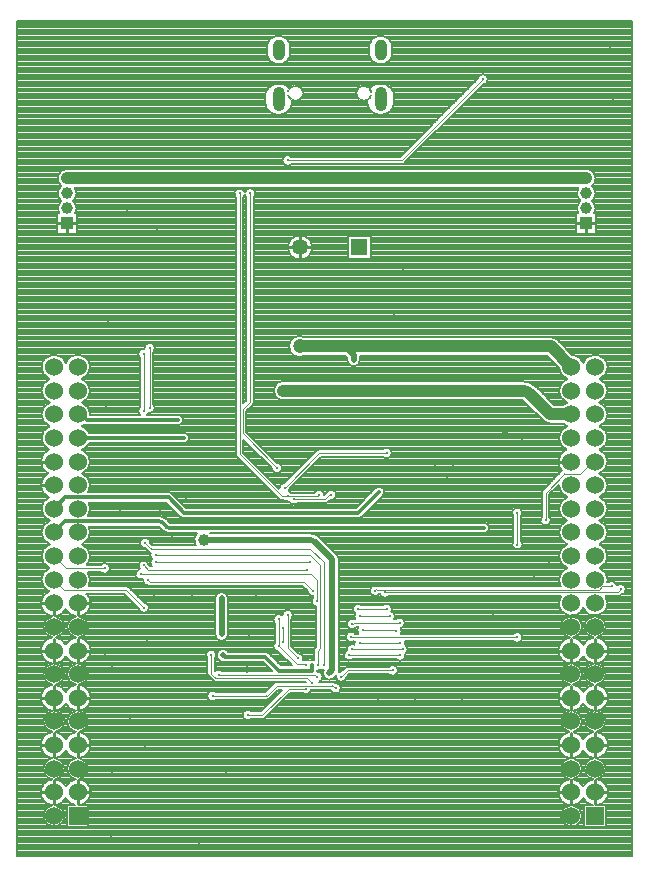
<source format=gbr>
G04*
G04 #@! TF.GenerationSoftware,Altium Limited,Altium Designer,22.4.2 (48)*
G04*
G04 Layer_Physical_Order=2*
G04 Layer_Color=16711680*
%FSLAX25Y25*%
%MOIN*%
G70*
G04*
G04 #@! TF.SameCoordinates,FCC6E733-986C-46BB-B2DB-BDB73C4B9051*
G04*
G04*
G04 #@! TF.FilePolarity,Positive*
G04*
G01*
G75*
%ADD11C,0.01000*%
%ADD12C,0.00787*%
%ADD18C,0.01181*%
%ADD65C,0.04000*%
%ADD66C,0.00236*%
%ADD68C,0.01181*%
%ADD76C,0.01968*%
%ADD77O,0.03937X0.07087*%
%ADD78O,0.03937X0.08268*%
%ADD79R,0.06000X0.06000*%
%ADD80C,0.06000*%
%ADD81R,0.05315X0.05315*%
%ADD82C,0.05315*%
%ADD83R,0.03937X0.03937*%
%ADD84C,0.03937*%
%ADD85C,0.01968*%
%ADD86C,0.04724*%
D11*
X290500Y431500D02*
X293468D01*
X287531D02*
X290500D01*
Y428532D02*
Y431500D01*
X281626Y352118D02*
X285626D01*
X195158Y423500D02*
Y427157D01*
Y423500D02*
X198815D01*
X195158Y419842D02*
Y423500D01*
X191500D02*
X195158D01*
X293500Y289126D02*
X297500D01*
X285626D02*
Y293126D01*
X293500Y285126D02*
Y289126D01*
Y293126D01*
Y273378D02*
Y277378D01*
X281626Y289126D02*
X285626D01*
Y285126D02*
Y289126D01*
Y273378D02*
Y277378D01*
X293500Y273378D02*
X297500D01*
X293500Y269378D02*
Y273378D01*
Y257630D02*
Y261630D01*
Y257630D02*
X297500D01*
X293500Y253630D02*
Y257630D01*
Y241882D02*
Y245882D01*
Y241882D02*
X297500D01*
X293500Y237882D02*
Y241882D01*
X281626Y273378D02*
X285626D01*
Y269378D02*
Y273378D01*
Y257630D02*
Y261630D01*
X281626Y257630D02*
X285626D01*
Y253630D02*
Y257630D01*
Y241882D02*
Y245882D01*
X281626Y241882D02*
X285626D01*
Y237882D02*
Y241882D01*
X117500Y431500D02*
X120468D01*
X114532D02*
X117500D01*
Y428532D02*
Y431500D01*
X109126Y352118D02*
X113126D01*
X109126Y344244D02*
X113126D01*
X121000Y304874D02*
X125000D01*
X121000Y300874D02*
Y304874D01*
X109126D02*
X113126D01*
Y300874D02*
Y304874D01*
X121000Y285126D02*
Y289126D01*
X125000D01*
X121000D02*
Y293126D01*
Y273378D02*
Y277378D01*
X113126Y285126D02*
Y289126D01*
Y293126D01*
X109126Y289126D02*
X113126D01*
Y273378D02*
Y277378D01*
X121000Y273378D02*
X125000D01*
X121000Y269378D02*
Y273378D01*
Y257630D02*
Y261630D01*
Y257630D02*
X125000D01*
X121000Y253630D02*
Y257630D01*
Y241882D02*
Y245882D01*
Y241882D02*
X125000D01*
X121000Y237882D02*
Y241882D01*
X109126Y273378D02*
X113126D01*
Y269378D02*
Y273378D01*
Y257630D02*
Y261630D01*
X109126Y257630D02*
X113126D01*
Y253630D02*
Y257630D01*
Y241882D02*
Y245882D01*
X109126Y241882D02*
X113126D01*
Y237882D02*
Y241882D01*
D12*
X292442Y443980D02*
G03*
X293681Y446500I-1942J2520D01*
G01*
D02*
G03*
X290500Y449681I-3181J0D01*
G01*
X293650Y441500D02*
G03*
X292442Y443980I-3150J0D01*
G01*
X293190Y434862D02*
G03*
X293650Y436500I-2690J1638D01*
G01*
X292416Y439000D02*
G03*
X293650Y441500I-1916J2500D01*
G01*
X287929Y443319D02*
G03*
X288584Y439000I2571J-1819D01*
G01*
X293650Y436500D02*
G03*
X292416Y439000I-3150J0D01*
G01*
X288584D02*
G03*
X287810Y434862I1916J-2500D01*
G01*
X294908Y379677D02*
G03*
X297681Y383614I-1408J3937D01*
G01*
D02*
G03*
X289563Y385022I-4181J0D01*
G01*
D02*
G03*
X285956Y387782I-3937J-1408D01*
G01*
X281458Y383283D02*
G03*
X284218Y379677I4168J331D01*
G01*
X294908Y348181D02*
G03*
X297681Y352118I-1408J3937D01*
G01*
Y344244D02*
G03*
X294908Y348181I-4181J0D01*
G01*
X297681Y336370D02*
G03*
X294908Y340307I-4181J0D01*
G01*
D02*
G03*
X297681Y344244I-1408J3937D01*
G01*
X294908Y371803D02*
G03*
X297681Y375740I-1408J3937D01*
G01*
Y367866D02*
G03*
X294908Y371803I-4181J0D01*
G01*
X297681Y375740D02*
G03*
X294908Y379677I-4181J0D01*
G01*
Y363929D02*
G03*
X297681Y367866I-1408J3937D01*
G01*
X282913Y364685D02*
G03*
X284218Y363929I2713J3181D01*
G01*
Y379677D02*
G03*
X281445Y375740I1408J-3937D01*
G01*
D02*
G03*
X284218Y371803I4181J0D01*
G01*
D02*
G03*
X282912Y371047I1408J-3937D01*
G01*
X297681Y359992D02*
G03*
X294908Y363929I-4181J0D01*
G01*
Y356055D02*
G03*
X297681Y359992I-1408J3937D01*
G01*
X281445D02*
G03*
X283929Y356171I4181J0D01*
G01*
X297681Y352118D02*
G03*
X294908Y356055I-4181J0D01*
G01*
X284218Y363929D02*
G03*
X281445Y359992I1408J-3937D01*
G01*
X283929Y356171D02*
G03*
X281232Y352118I1697J-4053D01*
G01*
D02*
G03*
X282476Y349055I4394J0D01*
G01*
Y349055D02*
G03*
X282222Y348850I831J-1291D01*
G01*
X284218Y340307D02*
G03*
X281445Y336370I1408J-3937D01*
G01*
Y344244D02*
G03*
X284218Y340307I4181J0D01*
G01*
X281445Y336370D02*
G03*
X284218Y332433I4181J0D01*
G01*
X294908D02*
G03*
X297681Y336370I-1408J3937D01*
G01*
Y328496D02*
G03*
X294908Y332433I-4181J0D01*
G01*
X284218D02*
G03*
X281445Y328496I1408J-3937D01*
G01*
X257772Y479500D02*
G03*
X254230Y479567I-1772J0D01*
G01*
X257772Y479500D02*
G03*
X254230Y479567I-1772J0D01*
G01*
X256067Y477730D02*
G03*
X257772Y479500I-67J1770D01*
G01*
X256067Y477730D02*
G03*
X257772Y479500I-67J1770D01*
G01*
X218071Y488514D02*
G03*
X225945Y488514I3937J0D01*
G01*
Y490088D02*
G03*
X218071Y490088I-3937J0D01*
G01*
X226536Y473750D02*
G03*
X218362Y476435I-4528J0D01*
G01*
X217480Y472176D02*
G03*
X226536Y472176I4528J0D01*
G01*
X229000Y451201D02*
G03*
X229919Y451581I0J1299D01*
G01*
X229000Y451201D02*
G03*
X229918Y451581I0J1299D01*
G01*
X280989Y392749D02*
G03*
X278740Y393681I-2249J-2249D01*
G01*
X280989Y392749D02*
G03*
X278740Y393681I-2249J-2249D01*
G01*
X191929Y490089D02*
G03*
X184055Y490089I-3937J0D01*
G01*
Y488514D02*
G03*
X191929Y488514I3937J0D01*
G01*
X191638Y476435D02*
G03*
X183464Y473750I-3646J-2685D01*
G01*
X199209Y423500D02*
G03*
X199209Y423500I-4051J0D01*
G01*
X196561Y393681D02*
G03*
X196561Y387319I-1561J-3181D01*
G01*
X183464Y472176D02*
G03*
X192520Y472176I4528J0D01*
G01*
X192204Y453799D02*
G03*
X192204Y451201I-1204J-1299D01*
G01*
Y453799D02*
G03*
X192204Y451201I-1204J-1299D01*
G01*
X179799Y440296D02*
G03*
X180272Y441500I-1299J1204D01*
G01*
X276385Y365616D02*
G03*
X278634Y364685I2249J2249D01*
G01*
X276385Y365616D02*
G03*
X278634Y364685I2249J2249D01*
G01*
X276081Y342709D02*
G03*
X275701Y341791I919J-919D01*
G01*
X276081Y342709D02*
G03*
X275701Y341791I919J-918D01*
G01*
X274126Y376873D02*
G03*
X269048Y378976I-5078J-5078D01*
G01*
X269623Y372378D02*
G03*
X269048Y372614I-575J-583D01*
G01*
X225772Y355000D02*
G03*
X222796Y356299I-1772J0D01*
G01*
Y353701D02*
G03*
X225772Y355000I1204J1299D01*
G01*
X222796Y353701D02*
G03*
X225772Y355000I1204J1299D01*
G01*
X210835Y386000D02*
G03*
X215165Y386000I2165J0D01*
G01*
X210835D02*
G03*
X215165Y386000I2165J0D01*
G01*
X225772Y355000D02*
G03*
X222796Y356299I-1772J0D01*
G01*
X210835Y386000D02*
G03*
X215165Y386000I2165J0D01*
G01*
X223272Y342000D02*
G03*
X220247Y343253I-1772J0D01*
G01*
X222753Y340747D02*
G03*
X223272Y342000I-1253J1253D01*
G01*
D02*
G03*
X220247Y343253I-1772J0D01*
G01*
X222753Y340747D02*
G03*
X223272Y342000I-1253J1253D01*
G01*
X222753Y340747D02*
G03*
X223272Y342000I-1253J1253D01*
G01*
D02*
G03*
X220247Y343253I-1772J0D01*
G01*
X268799Y333795D02*
G03*
X269272Y335000I-1299J1204D01*
G01*
X268799Y333795D02*
G03*
X269272Y335000I-1299J1204D01*
G01*
D02*
G03*
X266201Y333795I-1772J0D01*
G01*
X269272Y335000D02*
G03*
X266201Y333795I-1772J0D01*
G01*
X278772Y332500D02*
G03*
X278299Y333704I-1772J0D01*
G01*
X278772Y332500D02*
G03*
X278299Y333704I-1772J0D01*
G01*
X275701D02*
G03*
X278772Y332500I1299J-1204D01*
G01*
X275701Y333704D02*
G03*
X278772Y332500I1299J-1204D01*
G01*
X258272Y330000D02*
G03*
X256500Y331772I-1772J0D01*
G01*
X258272Y330000D02*
G03*
X256500Y331772I-1772J0D01*
G01*
X214489Y333218D02*
G03*
X215742Y333736I0J1772D01*
G01*
X214489Y333218D02*
G03*
X215742Y333736I0J1772D01*
G01*
X256500Y328228D02*
G03*
X258272Y330000I0J1772D01*
G01*
D02*
G03*
X256500Y331772I-1772J0D01*
G01*
Y328228D02*
G03*
X258272Y330000I0J1772D01*
G01*
X256500Y328228D02*
G03*
X258272Y330000I0J1772D01*
G01*
X201737Y356299D02*
G03*
X200673Y355857I14J-1535D01*
G01*
X189272Y350000D02*
G03*
X187567Y351770I-1772J0D01*
G01*
X189272Y350000D02*
G03*
X187567Y351770I-1772J0D01*
G01*
X189547Y378976D02*
G03*
X189547Y372614I0J-3181D01*
G01*
X185730Y349933D02*
G03*
X189272Y350000I1770J67D01*
G01*
X185730Y349933D02*
G03*
X189272Y350000I1770J67D01*
G01*
X207272Y341000D02*
G03*
X203880Y341718I-1772J0D01*
G01*
X207272Y341000D02*
G03*
X203880Y341718I-1772J0D01*
G01*
X205109Y339272D02*
G03*
X207272Y341000I391J1728D01*
G01*
X205109Y339272D02*
G03*
X207272Y341000I391J1728D01*
G01*
X203269Y341106D02*
G03*
X199919Y341799I-1768J-106D01*
G01*
X203500Y338201D02*
G03*
X204419Y338581I0J1299D01*
G01*
X203500Y338201D02*
G03*
X204418Y338581I0J1299D01*
G01*
X192204Y341799D02*
G03*
X191376Y342231I-1204J-1299D01*
G01*
X203269Y341106D02*
G03*
X199919Y341799I-1768J-106D01*
G01*
X192204D02*
G03*
X191376Y342231I-1204J-1299D01*
G01*
X189933Y345117D02*
G03*
X188247Y343090I67J-1770D01*
G01*
X189933Y345117D02*
G03*
X188247Y343090I67J-1770D01*
G01*
X191376Y342231D02*
G03*
X191770Y343280I-1376J1116D01*
G01*
X191376Y342231D02*
G03*
X191770Y343280I-1376J1116D01*
G01*
X191385Y338771D02*
G03*
X194204Y338201I1615J729D01*
G01*
X189795Y339201D02*
G03*
X191385Y338771I1204J1299D01*
G01*
X201608Y326954D02*
G03*
X198685Y328165I-2923J-2923D01*
G01*
X191385Y338771D02*
G03*
X194204Y338201I1615J729D01*
G01*
X188082Y339581D02*
G03*
X189000Y339201I918J919D01*
G01*
X188081Y339581D02*
G03*
X189000Y339201I919J919D01*
G01*
X189795D02*
G03*
X191385Y338771I1204J1299D01*
G01*
X300753Y310758D02*
G03*
X297796Y311799I-1753J-258D01*
G01*
X297572D02*
G03*
X297681Y312748I-4072J949D01*
G01*
X294908Y316685D02*
G03*
X297681Y320622I-1408J3937D01*
G01*
D02*
G03*
X294908Y324559I-4181J0D01*
G01*
X302067Y307730D02*
G03*
X303772Y309500I-67J1770D01*
G01*
X302067Y307730D02*
G03*
X303772Y309500I-67J1770D01*
G01*
D02*
G03*
X300753Y310758I-1772J0D01*
G01*
X300988Y307189D02*
G03*
X301907Y307570I0J1299D01*
G01*
X300988Y307189D02*
G03*
X301906Y307569I0J1299D01*
G01*
X300753Y310758D02*
G03*
X297796Y311799I-1753J-258D01*
G01*
X303772Y309500D02*
G03*
X300753Y310758I-1772J0D01*
G01*
X297681Y304874D02*
G03*
X296982Y307189I-4181J0D01*
G01*
X297681Y312748D02*
G03*
X294908Y316685I-4181J0D01*
G01*
Y324559D02*
G03*
X297681Y328496I-1408J3937D01*
G01*
X297051Y297000D02*
G03*
X289949Y297000I-3551J0D01*
G01*
D02*
G03*
X292974Y293488I3551J0D01*
G01*
X289563Y303466D02*
G03*
X297681Y304874I3937J1408D01*
G01*
X294026Y293488D02*
G03*
X297051Y297000I-526J3512D01*
G01*
X292974Y293488D02*
G03*
X289563Y291077I526J-4362D01*
G01*
X297894Y289126D02*
G03*
X294026Y293488I-4394J0D01*
G01*
X281445Y304874D02*
G03*
X289563Y303466I4181J0D01*
G01*
X289177Y297000D02*
G03*
X282075Y297000I-3551J0D01*
G01*
X284218Y324559D02*
G03*
X281445Y320622I1408J-3937D01*
G01*
D02*
G03*
X284218Y316685I4181J0D01*
G01*
X281445Y328496D02*
G03*
X284218Y324559I4181J0D01*
G01*
Y316685D02*
G03*
X281445Y312748I1408J-3937D01*
G01*
X286152Y293488D02*
G03*
X289177Y297000I-526J3512D01*
G01*
X289563Y291077D02*
G03*
X286152Y293488I-3937J-1951D01*
G01*
X282075Y297000D02*
G03*
X285100Y293488I3551J0D01*
G01*
D02*
G03*
X281232Y289126I526J-4362D01*
G01*
X294026Y284764D02*
G03*
X297894Y289126I-526J4362D01*
G01*
X297051Y281252D02*
G03*
X294026Y284764I-3551J0D01*
G01*
X292974D02*
G03*
X289949Y281252I526J-3512D01*
G01*
X289563Y287176D02*
G03*
X292974Y284764I3937J1951D01*
G01*
X294026Y277740D02*
G03*
X297051Y281252I-526J3512D01*
G01*
X289949D02*
G03*
X292974Y277740I3551J0D01*
G01*
X297894Y273378D02*
G03*
X294026Y277740I-4394J0D01*
G01*
X292974D02*
G03*
X289563Y275329I526J-4362D01*
G01*
X286152Y284764D02*
G03*
X289563Y287176I-526J4362D01*
G01*
X289177Y281252D02*
G03*
X286152Y284764I-3551J0D01*
G01*
X281232Y289126D02*
G03*
X285100Y284764I4394J0D01*
G01*
X282075Y281252D02*
G03*
X285100Y277740I3551J0D01*
G01*
Y284764D02*
G03*
X282075Y281252I526J-3512D01*
G01*
X289563Y275329D02*
G03*
X286152Y277740I-3937J-1951D01*
G01*
D02*
G03*
X289177Y281252I-526J3512D01*
G01*
X285100Y277740D02*
G03*
X281232Y273378I526J-4362D01*
G01*
X294026Y269016D02*
G03*
X297894Y273378I-526J4362D01*
G01*
X297051Y265504D02*
G03*
X294026Y269016I-3551J0D01*
G01*
Y253268D02*
G03*
X297894Y257630I-526J4362D01*
G01*
D02*
G03*
X294026Y261992I-4394J0D01*
G01*
D02*
G03*
X297051Y265504I-526J3512D01*
G01*
X294026Y246244D02*
G03*
X297051Y249756I-526J3512D01*
G01*
D02*
G03*
X294026Y253268I-3551J0D01*
G01*
X297894Y241882D02*
G03*
X294026Y246244I-4394J0D01*
G01*
X294286Y237559D02*
G03*
X297894Y241882I-786J4323D01*
G01*
X289563Y271428D02*
G03*
X292974Y269016I3937J1951D01*
G01*
D02*
G03*
X289949Y265504I526J-3512D01*
G01*
D02*
G03*
X292974Y261992I3551J0D01*
G01*
D02*
G03*
X289563Y259581I526J-4362D01*
G01*
Y255680D02*
G03*
X292974Y253268I3937J1951D01*
G01*
X286152Y269016D02*
G03*
X289563Y271428I-526J4362D01*
G01*
X286152Y261992D02*
G03*
X289177Y265504I-526J3512D01*
G01*
D02*
G03*
X286152Y269016I-3551J0D01*
G01*
X281232Y273378D02*
G03*
X285100Y269016I4394J0D01*
G01*
X282075Y265504D02*
G03*
X285100Y261992I3551J0D01*
G01*
Y269016D02*
G03*
X282075Y265504I526J-3512D01*
G01*
X289563Y259581D02*
G03*
X286152Y261992I-3937J-1951D01*
G01*
Y253268D02*
G03*
X289563Y255680I-526J4362D01*
G01*
X285100Y261992D02*
G03*
X285100Y253268I526J-4362D01*
G01*
X292974Y246244D02*
G03*
X289563Y243833I526J-4362D01*
G01*
X292974Y253268D02*
G03*
X292974Y246244I526J-3512D01*
G01*
X289563Y239932D02*
G03*
X292714Y237559I3937J1951D01*
G01*
X286152Y246244D02*
G03*
X289177Y249756I-526J3512D01*
G01*
X289563Y243833D02*
G03*
X286152Y246244I-3937J-1951D01*
G01*
X289177Y249756D02*
G03*
X286152Y253268I-3551J0D01*
G01*
Y237520D02*
G03*
X289563Y239932I-526J4362D01*
G01*
X285100Y253268D02*
G03*
X285100Y246244I526J-3512D01*
G01*
D02*
G03*
X285100Y237520I526J-4362D01*
G01*
D02*
G03*
X289177Y234008I526J-3512D01*
G01*
D02*
G03*
X286152Y237520I-3551J0D01*
G01*
X269327Y324445D02*
G03*
X268799Y325706I-1772J0D01*
G01*
X281445Y312748D02*
G03*
X281974Y310713I4181J0D01*
G01*
X266201Y325587D02*
G03*
X269327Y324445I1354J-1142D01*
G01*
D02*
G03*
X268799Y325706I-1772J0D01*
G01*
X266201Y325587D02*
G03*
X269327Y324445I1354J-1142D01*
G01*
X282144Y307189D02*
G03*
X281445Y304874I3482J-2315D01*
G01*
X221768Y308114D02*
G03*
X224705Y307189I1732J374D01*
G01*
X225772Y303000D02*
G03*
X222796Y304299I-1772J0D01*
G01*
X225772Y303000D02*
G03*
X222796Y304299I-1772J0D01*
G01*
X220899Y310713D02*
G03*
X221733Y308114I-659J-1645D01*
G01*
X221768D02*
G03*
X224705Y307189I1732J374D01*
G01*
X220899Y310713D02*
G03*
X221733Y308114I-659J-1645D01*
G01*
X215704Y304299D02*
G03*
X213544Y301509I-1204J-1299D01*
G01*
X215704Y304299D02*
G03*
X213544Y301509I-1204J-1299D01*
G01*
X226772Y300500D02*
G03*
X225569Y302178I-1772J0D01*
G01*
X226772Y300500D02*
G03*
X225569Y302178I-1772J0D01*
G01*
X226518Y299587D02*
G03*
X226772Y300500I-1518J913D01*
G01*
X226518Y299587D02*
G03*
X226772Y300500I-1518J913D01*
G01*
X225569Y302178D02*
G03*
X225772Y303000I-1569J822D01*
G01*
X225569Y302178D02*
G03*
X225772Y303000I-1569J822D01*
G01*
X269272Y293500D02*
G03*
X266296Y294799I-1772J0D01*
G01*
X228663Y296551D02*
G03*
X230087Y298288I-348J1737D01*
G01*
X228663Y296551D02*
G03*
X230087Y298288I-348J1737D01*
G01*
D02*
G03*
X227111Y299587I-1772J0D01*
G01*
X269272Y293500D02*
G03*
X266296Y294799I-1772J0D01*
G01*
Y292201D02*
G03*
X269272Y293500I1204J1299D01*
G01*
X266296Y292201D02*
G03*
X269272Y293500I1204J1299D01*
G01*
X230272Y291500D02*
G03*
X230127Y292201I-1772J0D01*
G01*
X230272Y291500D02*
G03*
X230127Y292201I-1772J0D01*
G01*
X230087Y298288D02*
G03*
X227111Y299587I-1772J0D01*
G01*
X214599Y296989D02*
G03*
X214561Y294799I1374J-1119D01*
G01*
X214599Y296989D02*
G03*
X214561Y294799I1374J-1119D01*
G01*
X213544Y301509D02*
G03*
X213482Y299587I1457J-1009D01*
G01*
X213544Y301509D02*
G03*
X213482Y299587I1457J-1009D01*
G01*
X213287D02*
G03*
X213955Y296989I-787J-1587D01*
G01*
X213287Y299587D02*
G03*
X213955Y296989I-787J-1587D01*
G01*
X229023Y295481D02*
G03*
X228663Y296551I-1772J0D01*
G01*
X229023Y295481D02*
G03*
X228663Y296551I-1772J0D01*
G01*
X228886Y294799D02*
G03*
X229023Y295481I-1635J682D01*
G01*
X228886Y294799D02*
G03*
X229023Y295481I-1635J682D01*
G01*
X213568Y294799D02*
G03*
X213096Y292201I-1398J-1088D01*
G01*
X213373D02*
G03*
X213276Y291093I1627J-701D01*
G01*
X213373Y292201D02*
G03*
X213276Y291093I1627J-701D01*
G01*
X208102Y319563D02*
G03*
X207468Y321094I-2165J0D01*
G01*
X208102Y319563D02*
G03*
X207468Y321094I-2165J0D01*
G01*
X197730Y308933D02*
G03*
X199590Y307231I1770J67D01*
G01*
X197730Y308933D02*
G03*
X199590Y307231I1770J67D01*
G01*
Y306925D02*
G03*
X200629Y303784I1122J-1371D01*
G01*
X199590Y306925D02*
G03*
X200629Y303784I1122J-1371D01*
G01*
X213568Y294799D02*
G03*
X213096Y292201I-1398J-1088D01*
G01*
X192299Y299796D02*
G03*
X192772Y301000I-1299J1204D01*
G01*
X192299Y299796D02*
G03*
X192772Y301000I-1299J1204D01*
G01*
D02*
G03*
X189245Y300761I-1772J0D01*
G01*
X192772Y301000D02*
G03*
X189245Y300761I-1772J0D01*
G01*
D02*
G03*
X186701Y298295I-1245J-1261D01*
G01*
X189245Y300761D02*
G03*
X186701Y298295I-1245J-1261D01*
G01*
X231108Y289575D02*
G03*
X230227Y291106I-1772J0D01*
G01*
X231108Y289575D02*
G03*
X230227Y291106I-1772J0D01*
G01*
X230192Y288024D02*
G03*
X231108Y289575I-856J1551D01*
G01*
X230192Y288024D02*
G03*
X231108Y289575I-856J1551D01*
G01*
X230272Y287500D02*
G03*
X230192Y288024I-1772J0D01*
G01*
X230272Y287500D02*
G03*
X230192Y288024I-1772J0D01*
G01*
X227295Y286201D02*
G03*
X230272Y287500I1204J1299D01*
G01*
X227295Y286201D02*
G03*
X230272Y287500I1204J1299D01*
G01*
X230227Y291106D02*
G03*
X230272Y291500I-1727J394D01*
G01*
X230227Y291106D02*
G03*
X230272Y291500I-1727J394D01*
G01*
X213276Y291093D02*
G03*
X210771Y289115I-776J-1593D01*
G01*
X213276Y291093D02*
G03*
X210771Y289115I-776J-1593D01*
G01*
Y289115D02*
G03*
X212704Y286201I729J-1615D01*
G01*
X210771Y289115D02*
G03*
X212704Y286201I729J-1615D01*
G01*
X224796Y281201D02*
G03*
X227772Y282500I1204J1299D01*
G01*
D02*
G03*
X224796Y283799I-1772J0D01*
G01*
X227772Y282500D02*
G03*
X224796Y283799I-1772J0D01*
G01*
Y281201D02*
G03*
X227772Y282500I1204J1299D01*
G01*
X211000Y283799D02*
G03*
X210012Y283343I0J-1299D01*
G01*
X211000Y283799D02*
G03*
X210012Y283343I0J-1299D01*
G01*
X208010Y281935D02*
G03*
X208102Y282560I-2073J626D01*
G01*
X208854Y282185D02*
G03*
X208010Y281935I67J-1770D01*
G01*
Y281935D02*
G03*
X208102Y282560I-2073J626D01*
G01*
X208854Y282185D02*
G03*
X208010Y281935I67J-1770D01*
G01*
X202993Y282531D02*
G03*
X206451Y280012I1927J-987D01*
G01*
X207179Y280740D02*
G03*
X210691Y280348I1742J-325D01*
G01*
X207179Y280740D02*
G03*
X210691Y280348I1742J-325D01*
G01*
X208763Y276509D02*
G03*
X207057Y278280I-1772J0D01*
G01*
X205268Y276100D02*
G03*
X208763Y276509I1724J409D01*
G01*
X207057Y278280D02*
G03*
X206003Y278699I-1054J-1116D01*
G01*
X200081Y289919D02*
G03*
X199701Y289000I919J-919D01*
G01*
X200081Y289918D02*
G03*
X199701Y289000I919J-918D01*
G01*
Y285980D02*
G03*
X198152Y285774I-564J-1679D01*
G01*
X202235Y282740D02*
G03*
X202993Y282531I839J1560D01*
G01*
X199701Y285980D02*
G03*
X198152Y285774I-564J-1679D01*
G01*
X200840Y282426D02*
G03*
X202235Y282740I342J1738D01*
G01*
X200840Y282426D02*
G03*
X202235Y282740I342J1738D01*
G01*
X199701Y285980D02*
G03*
X198152Y285774I-564J-1679D01*
G01*
D02*
G03*
X196223Y285799I-984J-1473D01*
G01*
X196272Y286500D02*
G03*
X194567Y288270I-1772J0D01*
G01*
X186701Y291705D02*
G03*
X187933Y288730I1299J-1204D01*
G01*
X196272Y286500D02*
G03*
X194567Y288270I-1772J0D01*
G01*
X186701Y291705D02*
G03*
X187933Y288730I1299J-1204D01*
G01*
X184753Y288253D02*
G03*
X183500Y288772I-1253J-1253D01*
G01*
X184753Y288253D02*
G03*
X183500Y288772I-1253J-1253D01*
G01*
X196127Y285799D02*
G03*
X196272Y286500I-1627J701D01*
G01*
X196127Y285799D02*
G03*
X196272Y286500I-1627J701D01*
G01*
X201532Y278699D02*
G03*
X202698Y280364I-606J1665D01*
G01*
D02*
G03*
X200861Y282134I-1772J0D01*
G01*
X195963Y275127D02*
G03*
X198909Y276100I1204J1299D01*
G01*
X195963Y275127D02*
G03*
X198909Y276100I1204J1299D01*
G01*
X187497Y278699D02*
G03*
X186412Y278249I0J-1536D01*
G01*
X183902Y272701D02*
G03*
X184980Y273143I0J1535D01*
G01*
X182635Y266336D02*
G03*
X183554Y266717I0J1299D01*
G01*
X182635Y266336D02*
G03*
X183553Y266716I0J1299D01*
G01*
X180272Y441500D02*
G03*
X176750Y441776I-1772J0D01*
G01*
X179799Y440296D02*
G03*
X180272Y441500I-1299J1204D01*
G01*
D02*
G03*
X176750Y441776I-1772J0D01*
G01*
Y441224D02*
G03*
X177201Y440296I1750J276D01*
G01*
X176750Y441224D02*
G03*
X177201Y440296I1750J276D01*
G01*
X176750Y441776D02*
G03*
X173701Y440296I-1750J-276D01*
G01*
X176299D02*
G03*
X176750Y441224I-1299J1204D01*
G01*
Y441776D02*
G03*
X173701Y440296I-1750J-276D01*
G01*
X176299D02*
G03*
X176750Y441224I-1299J1204D01*
G01*
X179419Y371082D02*
G03*
X179799Y372000I-919J918D01*
G01*
X179419Y371081D02*
G03*
X179799Y372000I-919J919D01*
G01*
X173701Y354500D02*
G03*
X174081Y353582I1299J0D01*
G01*
X173701Y354500D02*
G03*
X174081Y353581I1299J0D01*
G01*
X119416Y439000D02*
G03*
X120650Y441500I-1916J2500D01*
G01*
D02*
G03*
X120071Y443319I-3150J0D01*
G01*
X120190Y434862D02*
G03*
X120650Y436500I-2690J1638D01*
G01*
D02*
G03*
X119416Y439000I-3150J0D01*
G01*
X117500Y449681D02*
G03*
X115559Y443980I0J-3181D01*
G01*
D02*
G03*
X115584Y439000I1942J-2480D01*
G01*
D02*
G03*
X114810Y434862I1916J-2500D01*
G01*
X146299Y388795D02*
G03*
X146772Y390000I-1299J1204D01*
G01*
D02*
G03*
X143247Y389746I-1772J0D01*
G01*
X146299Y388795D02*
G03*
X146772Y390000I-1299J1204D01*
G01*
D02*
G03*
X143247Y389746I-1772J0D01*
G01*
Y389746D02*
G03*
X141701Y386781I-254J-1753D01*
G01*
X143247Y389746D02*
G03*
X141701Y386781I-254J-1753D01*
G01*
X125181Y383614D02*
G03*
X117063Y385022I-4181J0D01*
G01*
D02*
G03*
X108945Y383614I-3937J-1408D01*
G01*
X122408Y379677D02*
G03*
X125181Y383614I-1408J3937D01*
G01*
X108945D02*
G03*
X111718Y379677I4181J0D01*
G01*
X146772Y370000D02*
G03*
X146299Y371204I-1772J0D01*
G01*
X146772Y370000D02*
G03*
X146299Y371204I-1772J0D01*
G01*
X144615Y368271D02*
G03*
X146772Y370000I385J1729D01*
G01*
X144615Y368271D02*
G03*
X146772Y370000I385J1729D01*
G01*
X156272Y366000D02*
G03*
X154500Y367772I-1772J0D01*
G01*
X156272Y366000D02*
G03*
X154500Y367772I-1772J0D01*
G01*
X144277D02*
G03*
X144615Y368271I-1277J1228D01*
G01*
X156272Y366000D02*
G03*
X154500Y367772I-1772J0D01*
G01*
X141701Y370204D02*
G03*
X141723Y367772I1299J-1204D01*
G01*
X144277D02*
G03*
X144615Y368271I-1277J1228D01*
G01*
X141701Y370204D02*
G03*
X141723Y367772I1299J-1204D01*
G01*
X158272Y360000D02*
G03*
X156471Y361771I-1772J0D01*
G01*
X156529Y358229D02*
G03*
X158272Y360000I-29J1771D01*
G01*
D02*
G03*
X156471Y361771I-1772J0D01*
G01*
X156529Y358229D02*
G03*
X158272Y360000I-29J1771D01*
G01*
X156529Y358229D02*
G03*
X158272Y360000I-29J1771D01*
G01*
X154500Y364228D02*
G03*
X156272Y366000I0J1772D01*
G01*
X154500Y364228D02*
G03*
X156272Y366000I0J1772D01*
G01*
X158272Y360000D02*
G03*
X156471Y361771I-1772J0D01*
G01*
X123339Y364401D02*
G03*
X124101Y364228I762J1599D01*
G01*
X123339Y364401D02*
G03*
X124101Y364228I762J1599D01*
G01*
X154500D02*
G03*
X156272Y366000I0J1772D01*
G01*
X152576Y341430D02*
G03*
X151323Y341949I-1253J-1253D01*
G01*
X152576Y341430D02*
G03*
X151323Y341949I-1253J-1253D01*
G01*
X124495D02*
G03*
X125181Y344244I-3495J2295D01*
G01*
X122408Y356055D02*
G03*
X124787Y358220I-1408J3937D01*
G01*
X125181Y375740D02*
G03*
X122408Y379677I-4181J0D01*
G01*
Y371803D02*
G03*
X125181Y375740I-1408J3937D01*
G01*
X108945D02*
G03*
X111718Y371803I4181J0D01*
G01*
X125181Y367866D02*
G03*
X122408Y371803I-4181J0D01*
G01*
X111718D02*
G03*
X108945Y367866I1408J-3937D01*
G01*
X111718Y379677D02*
G03*
X108945Y375740I1408J-3937D01*
G01*
Y367866D02*
G03*
X111718Y363929I4181J0D01*
G01*
X122408D02*
G03*
X123339Y364401I-1408J3937D01*
G01*
X124787Y361764D02*
G03*
X122408Y363929I-3787J-1771D01*
G01*
X111718D02*
G03*
X108945Y359992I1408J-3937D01*
G01*
X125181Y352118D02*
G03*
X122408Y356055I-4181J0D01*
G01*
X108945Y359992D02*
G03*
X111429Y356171I4181J0D01*
G01*
X122408Y348181D02*
G03*
X125181Y352118I-1408J3937D01*
G01*
X108732D02*
G03*
X111176Y348181I4394J0D01*
G01*
X111429Y356171D02*
G03*
X108732Y352118I1697J-4053D01*
G01*
X125181Y344244D02*
G03*
X122408Y348181I-4181J0D01*
G01*
X111176D02*
G03*
X108732Y344244I1951J-3937D01*
G01*
D02*
G03*
X111429Y340191I4394J0D01*
G01*
X155247Y333747D02*
G03*
X156500Y333228I1253J1253D01*
G01*
X155247Y333747D02*
G03*
X156500Y333228I1253J1253D01*
G01*
X160774Y328228D02*
G03*
X160349Y324299I2226J-2228D01*
G01*
X160774Y328228D02*
G03*
X160349Y324299I2226J-2228D01*
G01*
X150349Y333157D02*
G03*
X148261Y334022I-2088J-2088D01*
G01*
X149408Y329087D02*
G03*
X151489Y328228I2081J2094D01*
G01*
X145270Y325067D02*
G03*
X143433Y323230I-1770J-67D01*
G01*
X145270Y325067D02*
G03*
X143433Y323230I-1770J-67D01*
G01*
X144509Y322154D02*
G03*
X145380Y321716I1089J1082D01*
G01*
X145380D02*
G03*
X145745Y319750I1620J-716D01*
G01*
X145380Y321716D02*
G03*
X145745Y319750I1620J-716D01*
G01*
D02*
G03*
X145697Y317299I1256J-1250D01*
G01*
X145745Y319750D02*
G03*
X145697Y317299I1256J-1250D01*
G01*
X171165Y306500D02*
G03*
X166835Y306500I-2165J0D01*
G01*
X171165D02*
G03*
X166835Y306500I-2165J0D01*
G01*
X144689Y310738D02*
G03*
X145000Y310701I311J1261D01*
G01*
X171165Y306500D02*
G03*
X166835Y306500I-2165J0D01*
G01*
X142776Y312907D02*
G03*
X144689Y310738I1724J-407D01*
G01*
D02*
G03*
X145000Y310701I311J1261D01*
G01*
X142776Y312907D02*
G03*
X144689Y310738I1724J-407D01*
G01*
X144789Y303468D02*
G03*
X143084Y305238I-1772J0D01*
G01*
X144789Y303468D02*
G03*
X143084Y305238I-1772J0D01*
G01*
X141246Y303401D02*
G03*
X144789Y303468I1770J67D01*
G01*
X141246Y303401D02*
G03*
X144789Y303468I1770J67D01*
G01*
X144770Y317567D02*
G03*
X141742Y316253I-1770J-67D01*
G01*
X144770Y317567D02*
G03*
X141742Y316253I-1770J-67D01*
G01*
X124459Y334022D02*
G03*
X125181Y336370I-3459J2348D01*
G01*
Y328496D02*
G03*
X124681Y330478I-4181J0D01*
G01*
X125181Y336370D02*
G03*
X124652Y338405I-4181J0D01*
G01*
X131772Y316500D02*
G03*
X128796Y317799I-1772J0D01*
G01*
X122408Y324559D02*
G03*
X125181Y328496I-1408J3937D01*
G01*
X124084Y317799D02*
G03*
X125181Y320622I-3084J2823D01*
G01*
D02*
G03*
X122408Y324559I-4181J0D01*
G01*
X131772Y316500D02*
G03*
X128796Y317799I-1772J0D01*
G01*
X141742Y316253D02*
G03*
X142776Y312907I258J-1753D01*
G01*
X141742Y316253D02*
G03*
X142776Y312907I258J-1753D01*
G01*
X128796Y315201D02*
G03*
X131772Y316500I1204J1299D01*
G01*
X128796Y315201D02*
G03*
X131772Y316500I1204J1299D01*
G01*
X137990Y310332D02*
G03*
X137071Y310713I-919J-919D01*
G01*
X137989Y310333D02*
G03*
X137071Y310713I-918J-919D01*
G01*
X125181Y312748D02*
G03*
X124386Y315201I-4181J0D01*
G01*
X125394Y304874D02*
G03*
X123968Y308114I-4394J0D01*
G01*
X121526Y300512D02*
G03*
X125394Y304874I-526J4362D01*
G01*
X171253Y288772D02*
G03*
X169388Y285338I-1753J-1272D01*
G01*
X166835Y294500D02*
G03*
X171165Y294500I2165J0D01*
G01*
X166835D02*
G03*
X171165Y294500I2165J0D01*
G01*
X171253Y288772D02*
G03*
X169388Y285338I-1753J-1272D01*
G01*
X166835Y294500D02*
G03*
X171165Y294500I2165J0D01*
G01*
X167294Y287717D02*
G03*
X164192Y286547I-1772J0D01*
G01*
X166790Y286480D02*
G03*
X167294Y287717I-1268J1237D01*
G01*
X166790Y286480D02*
G03*
X167294Y287717I-1268J1237D01*
G01*
D02*
G03*
X164192Y286547I-1772J0D01*
G01*
X169388Y285338D02*
G03*
X170000Y285228I612J1662D01*
G01*
X169388Y285338D02*
G03*
X170000Y285228I612J1662D01*
G01*
X169204Y282299D02*
G03*
X166790Y282294I-1204J-1299D01*
G01*
X169204Y282299D02*
G03*
X166790Y282294I-1204J-1299D01*
G01*
X166024Y279139D02*
G03*
X167084Y278701I1074J1098D01*
G01*
X167204Y275299D02*
G03*
X167204Y272701I-1204J-1299D01*
G01*
X164192Y281607D02*
G03*
X164634Y280529I1536J0D01*
G01*
X167204Y275299D02*
G03*
X167204Y272701I-1204J-1299D01*
G01*
X178975Y268935D02*
G03*
X178975Y266336I-1204J-1299D01*
G01*
Y268935D02*
G03*
X178975Y266336I-1204J-1299D01*
G01*
X125394Y289126D02*
G03*
X121526Y293488I-4394J0D01*
G01*
Y284764D02*
G03*
X125394Y289126I-526J4362D01*
G01*
Y273378D02*
G03*
X121526Y277740I-4394J0D01*
G01*
X125394Y257630D02*
G03*
X121526Y261992I-4394J0D01*
G01*
Y269016D02*
G03*
X125394Y273378I-526J4362D01*
G01*
X121526Y253268D02*
G03*
X125394Y257630I-526J4362D01*
G01*
Y241882D02*
G03*
X121526Y246244I-4394J0D01*
G01*
X121786Y237559D02*
G03*
X125394Y241882I-786J4323D01*
G01*
X124652Y310713D02*
G03*
X125181Y312748I-3652J2035D01*
G01*
X124551Y297000D02*
G03*
X121526Y300512I-3551J0D01*
G01*
X120474D02*
G03*
X117449Y297000I526J-3512D01*
G01*
X117063Y302923D02*
G03*
X120474Y300512I3937J1951D01*
G01*
X121526Y293488D02*
G03*
X124551Y297000I-526J3512D01*
G01*
X117449D02*
G03*
X120474Y293488I3551J0D01*
G01*
X108945Y320622D02*
G03*
X111718Y316685I4181J0D01*
G01*
D02*
G03*
X108945Y312748I1408J-3937D01*
G01*
X111718Y324559D02*
G03*
X108945Y320622I1408J-3937D01*
G01*
Y312748D02*
G03*
X111429Y308927I4181J0D01*
G01*
X108945Y336370D02*
G03*
X111718Y332433I4181J0D01*
G01*
D02*
G03*
X108945Y328496I1408J-3937D01*
G01*
X111429Y340191D02*
G03*
X108945Y336370I1697J-3821D01*
G01*
Y328496D02*
G03*
X111718Y324559I4181J0D01*
G01*
X111429Y308927D02*
G03*
X108732Y304874I1697J-4053D01*
G01*
X113652Y300512D02*
G03*
X117063Y302923I-526J4362D01*
G01*
X116677Y297000D02*
G03*
X113652Y300512I-3551J0D01*
G01*
Y293488D02*
G03*
X116677Y297000I-526J3512D01*
G01*
X108732Y304874D02*
G03*
X112600Y300512I4394J0D01*
G01*
X109575Y297000D02*
G03*
X112600Y293488I3551J0D01*
G01*
Y300512D02*
G03*
X109575Y297000I526J-3512D01*
G01*
X124551Y281252D02*
G03*
X121526Y284764I-3551J0D01*
G01*
X120474D02*
G03*
X117449Y281252I526J-3512D01*
G01*
X120474Y293488D02*
G03*
X117063Y291077I526J-4362D01*
G01*
Y287176D02*
G03*
X120474Y284764I3937J1951D01*
G01*
X117449Y281252D02*
G03*
X120474Y277740I3551J0D01*
G01*
X121526D02*
G03*
X124551Y281252I-526J3512D01*
G01*
X120474Y277740D02*
G03*
X117063Y275329I526J-4362D01*
G01*
Y291077D02*
G03*
X113652Y293488I-3937J-1951D01*
G01*
Y284764D02*
G03*
X117063Y287176I-526J4362D01*
G01*
X116677Y281252D02*
G03*
X113652Y284764I-3551J0D01*
G01*
X112600Y293488D02*
G03*
X108732Y289126I526J-4362D01*
G01*
X112600Y284764D02*
G03*
X109575Y281252I526J-3512D01*
G01*
X108732Y289126D02*
G03*
X112600Y284764I4394J0D01*
G01*
X117063Y275329D02*
G03*
X113652Y277740I-3937J-1951D01*
G01*
D02*
G03*
X116677Y281252I-526J3512D01*
G01*
X109575D02*
G03*
X112600Y277740I3551J0D01*
G01*
D02*
G03*
X108732Y273378I526J-4362D01*
G01*
X124551Y265504D02*
G03*
X121526Y269016I-3551J0D01*
G01*
Y261992D02*
G03*
X124551Y265504I-526J3512D01*
G01*
X117449D02*
G03*
X120474Y261992I3551J0D01*
G01*
X117063Y271428D02*
G03*
X120474Y269016I3937J1951D01*
G01*
D02*
G03*
X117449Y265504I526J-3512D01*
G01*
X120474Y261992D02*
G03*
X117063Y259581I526J-4362D01*
G01*
Y255680D02*
G03*
X120474Y253268I3937J1951D01*
G01*
X113652Y269016D02*
G03*
X117063Y271428I-526J4362D01*
G01*
X113652Y261992D02*
G03*
X116677Y265504I-526J3512D01*
G01*
D02*
G03*
X113652Y269016I-3551J0D01*
G01*
X117063Y259581D02*
G03*
X113652Y261992I-3937J-1951D01*
G01*
X124551Y249756D02*
G03*
X121526Y253268I-3551J0D01*
G01*
Y246244D02*
G03*
X124551Y249756I-526J3512D01*
G01*
X120474Y253268D02*
G03*
X120474Y246244I526J-3512D01*
G01*
D02*
G03*
X117063Y243833I526J-4362D01*
G01*
Y239932D02*
G03*
X120214Y237559I3937J1951D01*
G01*
X113652Y246244D02*
G03*
X116677Y249756I-526J3512D01*
G01*
X117063Y243833D02*
G03*
X113652Y246244I-3937J-1951D01*
G01*
X116677Y249756D02*
G03*
X113652Y253268I-3551J0D01*
G01*
Y237520D02*
G03*
X117063Y239932I-526J4362D01*
G01*
X116677Y234008D02*
G03*
X113652Y237520I-3551J0D01*
G01*
X108732Y273378D02*
G03*
X112600Y269016I4394J0D01*
G01*
X109575Y265504D02*
G03*
X112600Y261992I3551J0D01*
G01*
Y269016D02*
G03*
X109575Y265504I526J-3512D01*
G01*
X113652Y253268D02*
G03*
X117063Y255680I-526J4362D01*
G01*
X112600Y253268D02*
G03*
X112600Y246244I526J-3512D01*
G01*
D02*
G03*
X112600Y237520I526J-4362D01*
G01*
Y261992D02*
G03*
X112600Y253268I526J-4362D01*
G01*
Y237520D02*
G03*
X116677Y234008I526J-3512D01*
G01*
X257771Y479527D02*
X305819D01*
X257600Y478739D02*
X305819D01*
X257574Y480314D02*
X305819D01*
X293080Y443306D02*
X305819D01*
X292581Y444094D02*
X305819D01*
X256861Y477952D02*
X305819D01*
X255502Y477164D02*
X305819D01*
X256758Y481101D02*
X305819D01*
X253927Y475590D02*
X305819D01*
X254714Y476377D02*
X305819D01*
X293641Y441731D02*
X305819D01*
X293600Y440944D02*
X305819D01*
X293480Y442519D02*
X305819D01*
X293637Y436220D02*
X305819D01*
X293608Y437007D02*
X305819D01*
X292819Y439369D02*
X305819D01*
X292863Y438582D02*
X305819D01*
X293349Y440157D02*
X305819D01*
X293463Y435432D02*
X305819D01*
X293371Y437794D02*
X305819D01*
X293289Y448031D02*
X305819D01*
X293593Y447243D02*
X305819D01*
X292679Y448818D02*
X305819D01*
X293681Y446456D02*
X305819D01*
X252352Y474015D02*
X305819D01*
X251565Y473227D02*
X305819D01*
X253140Y474802D02*
X305819D01*
X291190Y449605D02*
X305819D01*
X293570Y445668D02*
X305819D01*
X293238Y444881D02*
X305819D01*
X293190Y434862D02*
X293862D01*
Y430708D02*
X305819D01*
X293862Y429920D02*
X305819D01*
X293862Y431495D02*
X305819D01*
X293862Y428346D02*
X305819D01*
X293862Y429133D02*
X305819D01*
X280813Y392913D02*
X305819D01*
X281613Y392125D02*
X305819D01*
X293862Y432283D02*
X305819D01*
X283188Y390550D02*
X305819D01*
X282401Y391338D02*
X305819D01*
X297048Y385826D02*
X305819D01*
X297431Y385039D02*
X305819D01*
X296413Y386613D02*
X305819D01*
X297678Y383464D02*
X305819D01*
X297632Y384251D02*
X305819D01*
X284763Y388976D02*
X305819D01*
X283976Y389763D02*
X305819D01*
X295273Y387401D02*
X305819D01*
X285550Y388188D02*
X305819D01*
X293862Y433857D02*
X305819D01*
X293862Y433070D02*
X305819D01*
X293862Y434645D02*
X305819D01*
X293862Y428138D02*
Y434862D01*
X287138D02*
X287810D01*
X287138Y428138D02*
X293862D01*
X287138D02*
Y434862D01*
X287399Y387401D02*
X291727D01*
X288539Y386613D02*
X290587D01*
X289174Y385826D02*
X289952D01*
X280989Y392749D02*
X285956Y387782D01*
X277422Y387319D02*
X281458Y383283D01*
X244478Y466141D02*
X305819D01*
X243691Y465353D02*
X305819D01*
X245266Y466928D02*
X305819D01*
X242116Y463779D02*
X305819D01*
X242903Y464566D02*
X305819D01*
X240541Y462204D02*
X305819D01*
X239754Y461416D02*
X305819D01*
X241329Y462991D02*
X305819D01*
X238179Y459842D02*
X305819D01*
X238966Y460629D02*
X305819D01*
X236604Y458267D02*
X305819D01*
X235817Y457479D02*
X305819D01*
X237392Y459054D02*
X305819D01*
X234242Y455905D02*
X305819D01*
X235029Y456692D02*
X305819D01*
X232667Y454330D02*
X305819D01*
X233455Y455117D02*
X305819D01*
X231092Y452755D02*
X305819D01*
X231880Y453542D02*
X305819D01*
X225945Y489763D02*
X305819D01*
X225945Y488975D02*
X305819D01*
X225918Y490550D02*
X305819D01*
X225784Y487401D02*
X305819D01*
X225932Y488188D02*
X305819D01*
X224751Y492912D02*
X305819D01*
X225377Y492125D02*
X305819D01*
X223576Y493700D02*
X305819D01*
X225456Y486613D02*
X305819D01*
X225742Y491338D02*
X305819D01*
X249990Y471653D02*
X305819D01*
X249203Y470865D02*
X305819D01*
X250777Y472440D02*
X305819D01*
X247628Y469290D02*
X305819D01*
X248415Y470078D02*
X305819D01*
X223858Y485038D02*
X305819D01*
X224885Y485826D02*
X305819D01*
X246053Y467716D02*
X305819D01*
X246840Y468503D02*
X305819D01*
X179799Y411810D02*
X305819D01*
X179799Y411023D02*
X305819D01*
X179799Y412598D02*
X305819D01*
X179799Y409448D02*
X305819D01*
X179799Y410235D02*
X305819D01*
X179799Y416535D02*
X305819D01*
X179799Y415747D02*
X305819D01*
X179799Y417322D02*
X305819D01*
X179799Y413385D02*
X305819D01*
X179799Y414172D02*
X305819D01*
X179799Y404724D02*
X305819D01*
X179799Y396062D02*
X305819D01*
X179799Y405511D02*
X305819D01*
X196521Y393700D02*
X305819D01*
X179799Y395275D02*
X305819D01*
X179799Y407873D02*
X305819D01*
X179799Y408661D02*
X305819D01*
X179799Y406298D02*
X305819D01*
X179799Y407086D02*
X305819D01*
X230305Y451968D02*
X305819D01*
X192182Y451180D02*
X305819D01*
X180256Y441731D02*
X287359D01*
X218681Y426771D02*
X305819D01*
X180182Y440944D02*
X287400D01*
X179949Y442519D02*
X287520D01*
X179799Y433857D02*
X287138D01*
X179799Y434645D02*
X287138D01*
X179799Y427558D02*
X305819D01*
X179799Y433070D02*
X287138D01*
X218681Y422046D02*
X305819D01*
X218681Y421259D02*
X305819D01*
X218681Y422834D02*
X305819D01*
X218681Y419684D02*
X305819D01*
X218681Y420472D02*
X305819D01*
X218681Y425196D02*
X305819D01*
X218681Y425983D02*
X305819D01*
X218681Y423621D02*
X305819D01*
X218681Y424409D02*
X305819D01*
X297575Y366928D02*
X305819D01*
X297309Y366141D02*
X305819D01*
X297678Y367716D02*
X305819D01*
X297632Y360629D02*
X305819D01*
X297431Y361417D02*
X305819D01*
X296068Y364566D02*
X305819D01*
X295273Y363779D02*
X305819D01*
X296842Y365354D02*
X305819D01*
X297048Y362204D02*
X305819D01*
X296413Y362991D02*
X305819D01*
X297575Y359054D02*
X305819D01*
X297309Y358267D02*
X305819D01*
X297678Y359842D02*
X305819D01*
X297431Y353543D02*
X305819D01*
X297048Y354330D02*
X305819D01*
X296068Y356692D02*
X305819D01*
X296842Y357480D02*
X305819D01*
X296413Y355117D02*
X305819D01*
X295273Y355905D02*
X305819D01*
X297309Y381889D02*
X305819D01*
X297431Y377165D02*
X305819D01*
X297575Y382676D02*
X305819D01*
X297678Y375590D02*
X305819D01*
X297632Y376377D02*
X305819D01*
X296068Y380314D02*
X305819D01*
X295273Y379527D02*
X305819D01*
X296842Y381102D02*
X305819D01*
X297048Y377952D02*
X305819D01*
X296413Y378739D02*
X305819D01*
X297309Y374015D02*
X305819D01*
X297048Y370078D02*
X305819D01*
X297575Y374802D02*
X305819D01*
X297632Y368503D02*
X305819D01*
X297431Y369291D02*
X305819D01*
X296068Y372440D02*
X305819D01*
X296842Y373228D02*
X305819D01*
X296413Y370865D02*
X305819D01*
X295273Y371653D02*
X305819D01*
X297431Y337795D02*
X305819D01*
X297632Y337007D02*
X305819D01*
X297632Y352755D02*
X305819D01*
X297575Y335432D02*
X305819D01*
X297678Y336220D02*
X305819D01*
X296413Y339369D02*
X305819D01*
X297048Y338582D02*
X305819D01*
X295273Y340157D02*
X305819D01*
X296842Y333858D02*
X305819D01*
X297309Y334645D02*
X305819D01*
X297632Y329133D02*
X305819D01*
X297678Y328346D02*
X305819D01*
X297431Y329921D02*
X305819D01*
X297309Y326771D02*
X305819D01*
X297575Y327558D02*
X305819D01*
X295273Y332283D02*
X305819D01*
X296068Y333070D02*
X305819D01*
X297048Y330708D02*
X305819D01*
X296413Y331495D02*
X305819D01*
X297575Y351180D02*
X305819D01*
X297309Y350393D02*
X305819D01*
X297678Y351968D02*
X305819D01*
X297048Y346456D02*
X305819D01*
X296842Y349606D02*
X305819D01*
X296068Y348818D02*
X305819D01*
X295273Y348031D02*
X305819D01*
X296413Y347243D02*
X305819D01*
X297632Y344881D02*
X305819D01*
X297678Y344094D02*
X305819D01*
X297431Y345669D02*
X305819D01*
X297309Y342519D02*
X305819D01*
X297575Y343306D02*
X305819D01*
X296068Y340944D02*
X305819D01*
X296842Y341732D02*
X305819D01*
X278559Y372440D02*
X283059D01*
X279346Y371653D02*
X283853D01*
X224525Y356692D02*
X283059D01*
X225523Y355905D02*
X283398D01*
X276984Y374015D02*
X281817D01*
X277771Y373228D02*
X282284D01*
X276196Y374802D02*
X281551D01*
X278634Y364685D02*
X282913D01*
X279952Y371047D02*
X282912D01*
X270877Y378739D02*
X282713D01*
X272744Y377952D02*
X282078D01*
X273816Y377165D02*
X281695D01*
X274622Y376377D02*
X281494D01*
X275409Y375590D02*
X281448D01*
X225768Y355117D02*
X282415D01*
X225640Y354330D02*
X281830D01*
X225007Y353543D02*
X281470D01*
X201246Y352755D02*
X281279D01*
X200458Y351968D02*
X281235D01*
X181070Y358267D02*
X281817D01*
X180283Y359054D02*
X281551D01*
X181858Y357480D02*
X282284D01*
X199671Y351180D02*
X281333D01*
X278778Y341732D02*
X282284D01*
X276082Y342710D02*
X282221Y348849D01*
X278299Y340944D02*
X283059D01*
X197309Y348818D02*
X282190D01*
X278299Y340157D02*
X283853D01*
X278299Y339369D02*
X282713D01*
X278758Y332283D02*
X283853D01*
X278677Y333070D02*
X283059D01*
X278299Y333858D02*
X282284D01*
X278459Y331495D02*
X282713D01*
X268799Y325984D02*
X282284D01*
X280353Y343306D02*
X281551D01*
X279566Y342519D02*
X281817D01*
X281140Y344094D02*
X281448D01*
X278299Y337795D02*
X281695D01*
X278299Y337007D02*
X281494D01*
X198883Y350393D02*
X281585D01*
X198096Y349606D02*
X282022D01*
X196521Y348031D02*
X281403D01*
X278299Y338582D02*
X282078D01*
X278299Y341252D02*
X281448Y344401D01*
X278299Y335432D02*
X281551D01*
X278299Y334645D02*
X281817D01*
X278299Y336220D02*
X281448D01*
X268799Y326771D02*
X281817D01*
X268799Y327558D02*
X281551D01*
X268799Y330708D02*
X282078D01*
X268799Y329921D02*
X281695D01*
X268799Y329133D02*
X281494D01*
X268799Y328346D02*
X281448D01*
X225945Y488514D02*
Y490088D01*
X223695Y477952D02*
X252614D01*
X217476Y477164D02*
X219034D01*
X225696Y476377D02*
X251040D01*
X226145Y475590D02*
X250252D01*
X226412Y474802D02*
X249465D01*
X226528Y474015D02*
X248677D01*
X226536Y473227D02*
X247890D01*
X224982Y477164D02*
X251827D01*
X218575Y476117D02*
X218770Y475646D01*
X218844Y475277D01*
X218575Y473745D02*
X218770Y474216D01*
X218071Y488514D02*
Y490088D01*
X217093Y477323D02*
X217564Y477128D01*
X216633Y477415D02*
X217093Y477323D01*
X217954Y476867D02*
X218314Y476507D01*
X217564Y477128D02*
X217954Y476867D01*
X216124Y477415D02*
X216633D01*
X215663Y477323D02*
X216032Y477396D01*
X215192Y477128D02*
X215663Y477323D01*
X214802Y476867D02*
X215192Y477128D01*
X214442Y476507D02*
X214802Y476867D01*
X218362Y476435D02*
X218575Y476117D01*
X218314Y473355D02*
X218575Y473745D01*
X214442Y473355D02*
X214802Y472995D01*
X217954D02*
X218314Y473355D01*
X217093Y472539D02*
X217480Y472699D01*
X213986Y475646D02*
X214181Y476117D01*
X213894Y475185D02*
X213986Y475646D01*
Y474216D02*
X214181Y473745D01*
X213894Y474677D02*
X213986Y474216D01*
X226536Y472440D02*
X247103D01*
X226505Y471653D02*
X246315D01*
X226536Y472176D02*
Y473750D01*
X229919Y451582D02*
X256067Y477730D01*
X228462Y453799D02*
X254230Y479567D01*
X226342Y470865D02*
X245528D01*
X226020Y470078D02*
X244740D01*
X225497Y469290D02*
X243953D01*
X224656Y468503D02*
X243166D01*
X222787Y467716D02*
X242378D01*
X211004Y419661D02*
X218681D01*
X211004Y427339D02*
X218681D01*
X210000Y393681D02*
X278740D01*
X218681Y419661D02*
Y427339D01*
X215663Y472539D02*
X216124Y472447D01*
X216124D02*
X216633D01*
X215192Y472734D02*
X215663Y472539D01*
X217480Y472176D02*
Y472699D01*
X216633Y472447D02*
X217093Y472539D01*
X198358Y425983D02*
X211004D01*
X198837Y425196D02*
X211004D01*
X197548Y426771D02*
X211004D01*
Y419661D02*
Y427339D01*
X199106Y424409D02*
X211004D01*
X199153Y422834D02*
X211004D01*
X198939Y422046D02*
X211004D01*
X199207Y423621D02*
X211004D01*
X215165Y386000D02*
Y387319D01*
X210119D02*
X210835Y386603D01*
X197848Y420472D02*
X211004D01*
X198532Y421259D02*
X211004D01*
X196518Y419684D02*
X211004D01*
X196561Y393681D02*
X210000D01*
X191902Y490550D02*
X218098D01*
X191929Y488975D02*
X218071D01*
X191929Y489763D02*
X218071D01*
X191768Y487401D02*
X218232D01*
X191916Y488188D02*
X218085D01*
X189560Y493700D02*
X220440D01*
X190735Y492912D02*
X219265D01*
X191361Y492125D02*
X218639D01*
X191440Y486613D02*
X218560D01*
X191726Y491338D02*
X218274D01*
X195645Y476377D02*
X214355D01*
X196025Y475590D02*
X213975D01*
X196106Y474802D02*
X213894D01*
X195931Y474015D02*
X214069D01*
X196014Y474216D02*
X196106Y474677D01*
X189842Y485038D02*
X220158D01*
X190869Y485826D02*
X219131D01*
X189679Y477952D02*
X220321D01*
X194720Y477164D02*
X215280D01*
X193368Y477415D02*
X193877D01*
X194337Y477323D01*
X192907Y477323D02*
X193276Y477396D01*
X194337Y477323D02*
X194808Y477128D01*
X192436D02*
X192907Y477323D01*
X191929Y488514D02*
Y490089D01*
X184055Y488514D02*
Y490089D01*
X195198Y476867D02*
X195558Y476507D01*
X195819Y476117D01*
X194808Y477128D02*
X195198Y476867D01*
X196014Y475646D02*
X196088Y475277D01*
X195819Y476117D02*
X196014Y475646D01*
X190966Y477164D02*
X192524D01*
X192046Y476867D02*
X192436Y477128D01*
X191686Y476507D02*
X192046Y476867D01*
X191230Y475646D02*
X191425Y476117D01*
X195819Y473745D02*
X196014Y474216D01*
X195431Y473227D02*
X214569D01*
X195558Y473355D02*
X195819Y473745D01*
X192520Y472440D02*
X217480D01*
X195198Y472995D02*
X195558Y473355D01*
X192326Y470865D02*
X217674D01*
X192004Y470078D02*
X217996D01*
X192489Y471653D02*
X217511D01*
X190640Y468503D02*
X219360D01*
X191481Y469290D02*
X218519D01*
X192204Y453799D02*
X228462D01*
X192204Y451201D02*
X229000D01*
X188771Y467716D02*
X221229D01*
X194337Y472539D02*
X194808Y472734D01*
X192907Y472539D02*
X193368Y472447D01*
X192520Y472699D02*
X192907Y472539D01*
X193877Y472447D02*
X194337Y472539D01*
X193368Y472447D02*
X193877D01*
X191230Y474216D02*
X191425Y473745D01*
X191686Y473355D02*
X192046Y472995D01*
X183464Y472176D02*
Y473750D01*
X192520Y472176D02*
Y472699D01*
X179799Y391338D02*
X191557D01*
X179799Y388188D02*
X192315D01*
X179799Y390550D02*
X191457D01*
X179799Y426771D02*
X192767D01*
X179799Y425983D02*
X191957D01*
X179799Y425196D02*
X191478D01*
X274132Y376867D02*
X279952Y371047D01*
X269627Y372374D02*
X276385Y365616D01*
X222697Y343306D02*
X276678D01*
X215165Y386613D02*
X278128D01*
X215158Y385826D02*
X278915D01*
X215165Y387319D02*
X277422D01*
X214277Y384251D02*
X280490D01*
X214940Y385039D02*
X279702D01*
X223194Y342519D02*
X275924D01*
X222923Y340944D02*
X275701D01*
X223251Y341732D02*
X275701D01*
X221375Y339369D02*
X275701D01*
X222162Y340157D02*
X275701D01*
X219800Y337795D02*
X275701D01*
X220587Y338582D02*
X275701D01*
X210835Y386000D02*
Y386603D01*
X207114Y341732D02*
X218726D01*
X207271Y340944D02*
X217939D01*
X207058Y340157D02*
X217151D01*
X269218Y335432D02*
X275701D01*
X278299Y333704D02*
Y341252D01*
X275701Y333704D02*
Y341791D01*
X219013Y337007D02*
X275701D01*
X268785Y336220D02*
X275701D01*
X218225D02*
X266215D01*
X269236Y334645D02*
X275701D01*
X268854Y333858D02*
X275701D01*
X268799Y333070D02*
X275323D01*
X268799Y331495D02*
X275541D01*
X268799Y332283D02*
X275242D01*
X217438Y335432D02*
X265782D01*
X215863Y333858D02*
X266146D01*
X216651Y334645D02*
X265764D01*
X213755Y336761D02*
X220247Y343253D01*
X215742Y333736D02*
X222753Y340747D01*
X213511Y333218D02*
X214489D01*
X258124Y330708D02*
X266201D01*
X258270Y329921D02*
X266201D01*
X257450Y331495D02*
X266201D01*
X257134Y328346D02*
X266201D01*
X258045Y329133D02*
X266201D01*
X189547Y372614D02*
X269048D01*
X201751Y356299D02*
X222796D01*
X196561Y387319D02*
X210000D01*
X189933Y345117D02*
X200666Y355850D01*
X189547Y378976D02*
X269048D01*
X182645Y356692D02*
X223475D01*
X183433Y355905D02*
X200723D01*
X184220Y355117D02*
X199933D01*
X185007Y354330D02*
X199146D01*
X202033Y353543D02*
X222993D01*
X195734Y347243D02*
X280615D01*
X202191Y353701D02*
X222796D01*
X194946Y346456D02*
X279828D01*
X194159Y345669D02*
X279041D01*
X185795Y353543D02*
X198358D01*
X186582Y352755D02*
X197571D01*
X193372Y344881D02*
X278253D01*
X192584Y344094D02*
X277466D01*
X187370Y351968D02*
X196783D01*
X188821Y351180D02*
X195996D01*
X189227Y350393D02*
X195209D01*
X180944D02*
X185270D01*
X180157Y351180D02*
X184482D01*
X189227Y349606D02*
X194421D01*
X188820Y348818D02*
X193634D01*
X184881Y346456D02*
X191272D01*
X185669Y345669D02*
X190484D01*
X186456Y344881D02*
X189114D01*
X182519Y348818D02*
X186180D01*
X181732Y349606D02*
X185773D01*
X183307Y348031D02*
X192847D01*
X184094Y347243D02*
X192059D01*
X206412Y342519D02*
X219514D01*
X191797Y343306D02*
X220303D01*
X202412Y342519D02*
X204588D01*
X203114Y341732D02*
X203887D01*
X203269Y341106D02*
X203880Y341718D01*
X206193Y339369D02*
X216364D01*
X204419Y338582D02*
X215577D01*
X204419Y338582D02*
X205109Y339272D01*
X193480Y337795D02*
X214789D01*
X194204Y338201D02*
X203500D01*
X201791Y326771D02*
X266201D01*
X200840Y327558D02*
X266201D01*
X191770Y343280D02*
X202191Y353701D01*
X191566Y342519D02*
X200588D01*
X187244Y344094D02*
X188393D01*
X192204Y341799D02*
X199919D01*
X189000Y339201D02*
X189795D01*
X297632Y321259D02*
X305819D01*
X297678Y320472D02*
X305819D01*
X297431Y322047D02*
X305819D01*
X297309Y318897D02*
X305819D01*
X297575Y319684D02*
X305819D01*
X296068Y325196D02*
X305819D01*
X295273Y324409D02*
X305819D01*
X296842Y325984D02*
X305819D01*
X297048Y322834D02*
X305819D01*
X296413Y323621D02*
X305819D01*
X303612Y310236D02*
X305819D01*
X303771Y309448D02*
X305819D01*
X302905Y311023D02*
X305819D01*
X302702Y307873D02*
X305819D01*
X303560Y308661D02*
X305819D01*
X297678Y312598D02*
X305819D01*
X300192Y311810D02*
X305819D01*
X296842Y318110D02*
X305819D01*
X297431Y306299D02*
X305819D01*
X297048Y307086D02*
X305819D01*
X297431Y314173D02*
X305819D01*
X297632Y313385D02*
X305819D01*
X297048Y314960D02*
X305819D01*
X296068Y317322D02*
X305819D01*
X296413Y315747D02*
X305819D01*
X295273Y316535D02*
X305819D01*
X300693Y311023D02*
X301095D01*
X296982Y307189D02*
X300988D01*
X297891Y288976D02*
X305819D01*
X297793Y288188D02*
X305819D01*
X297847Y289763D02*
X305819D01*
Y220681D02*
Y498819D01*
X297541Y287401D02*
X305819D01*
X296401Y285826D02*
X305819D01*
X295112Y285039D02*
X305819D01*
X297104Y286614D02*
X305819D01*
X296278Y283464D02*
X305819D01*
X295401Y284251D02*
X305819D01*
X296994Y281889D02*
X305819D01*
X297048Y281102D02*
X305819D01*
X296753Y282677D02*
X305819D01*
X297296Y275590D02*
X305819D01*
X296925Y280314D02*
X305819D01*
X296010Y278740D02*
X305819D01*
X296604Y279527D02*
X305819D01*
X296711Y276377D02*
X305819D01*
X295728Y277165D02*
X305819D01*
X297632Y305511D02*
X305819D01*
X297678Y304724D02*
X305819D01*
X297309Y303149D02*
X305819D01*
X297575Y303936D02*
X305819D01*
X296068Y301574D02*
X305819D01*
X295401Y299999D02*
X305819D01*
X296842Y302362D02*
X305819D01*
X296753Y298425D02*
X305819D01*
X296278Y299212D02*
X305819D01*
X297048Y296850D02*
X305819D01*
X296925Y296062D02*
X305819D01*
X296994Y297637D02*
X305819D01*
X297656Y290551D02*
X305819D01*
X297296Y291338D02*
X305819D01*
X296010Y294488D02*
X305819D01*
X296604Y295275D02*
X305819D01*
X296711Y292125D02*
X305819D01*
X295728Y292913D02*
X305819D01*
X294381Y300787D02*
X305819D01*
X286507D02*
X292619D01*
X288193Y301574D02*
X290932D01*
X287527Y299999D02*
X291599D01*
X288404Y299212D02*
X290722D01*
X294812Y293700D02*
X305819D01*
X288136Y294488D02*
X290990D01*
X288730Y295275D02*
X290396D01*
X286938Y293700D02*
X292188D01*
X287854Y292913D02*
X291272D01*
X288968Y302362D02*
X290158D01*
X288879Y298425D02*
X290247D01*
X289120Y297637D02*
X290006D01*
X226748Y300787D02*
X284745D01*
X289174Y296850D02*
X289952D01*
X289051Y296062D02*
X290075D01*
X288837Y292125D02*
X290289D01*
X269260Y293700D02*
X284314D01*
X287238Y285039D02*
X291888D01*
X288527Y285826D02*
X290599D01*
X287527Y284251D02*
X291599D01*
X288404Y283464D02*
X290722D01*
X294812Y277952D02*
X305819D01*
X286938D02*
X292188D01*
X288136Y278740D02*
X290990D01*
X287854Y277165D02*
X291272D01*
X289230Y286614D02*
X289896D01*
X288879Y282677D02*
X290247D01*
X289120Y281889D02*
X290006D01*
X289051Y280314D02*
X290075D01*
X288730Y279527D02*
X290396D01*
X289174Y281102D02*
X289952D01*
X288837Y276377D02*
X290289D01*
X208019Y277952D02*
X284314D01*
X297847Y274015D02*
X305819D01*
X297891Y273228D02*
X305819D01*
X297656Y274803D02*
X305819D01*
X297541Y271653D02*
X305819D01*
X297793Y272440D02*
X305819D01*
X296010Y262992D02*
X305819D01*
X294812Y262204D02*
X305819D01*
X297104Y270866D02*
X305819D01*
X296711Y260629D02*
X305819D01*
X295728Y261417D02*
X305819D01*
X297847Y258267D02*
X305819D01*
X297891Y257480D02*
X305819D01*
X297656Y259055D02*
X305819D01*
X297541Y255905D02*
X305819D01*
X297793Y256692D02*
X305819D01*
X297104Y255118D02*
X305819D01*
X297296Y259842D02*
X305819D01*
X295112Y253543D02*
X305819D01*
X296401Y254330D02*
X305819D01*
X295401Y268503D02*
X305819D01*
X296278Y267716D02*
X305819D01*
X296401Y270078D02*
X305819D01*
X296994Y266141D02*
X305819D01*
X296753Y266929D02*
X305819D01*
X295112Y269291D02*
X305819D01*
X296925Y264566D02*
X305819D01*
X296604Y263779D02*
X305819D01*
X297048Y265354D02*
X305819D01*
X297891Y241732D02*
X305819D01*
X297793Y240944D02*
X305819D01*
X296994Y250393D02*
X305819D01*
X297104Y239370D02*
X305819D01*
X297541Y240157D02*
X305819D01*
X296278Y251968D02*
X305819D01*
X296753Y251181D02*
X305819D01*
X295401Y252755D02*
X305819D01*
X295112Y237795D02*
X305819D01*
X296401Y238582D02*
X305819D01*
X297051Y233070D02*
X305819D01*
X297051Y232283D02*
X305819D01*
X297051Y233858D02*
X305819D01*
X297051Y230708D02*
X305819D01*
X297051Y231496D02*
X305819D01*
X297051Y236220D02*
X305819D01*
X297051Y237007D02*
X305819D01*
X297051Y234645D02*
X305819D01*
X297051Y235433D02*
X305819D01*
X296925Y248818D02*
X305819D01*
X296604Y248031D02*
X305819D01*
X297048Y249606D02*
X305819D01*
X295728Y245669D02*
X305819D01*
X296010Y247244D02*
X305819D01*
X294812Y246456D02*
X305819D01*
X297296Y244094D02*
X305819D01*
X297656Y243307D02*
X305819D01*
X296711Y244881D02*
X305819D01*
X297847Y242519D02*
X305819D01*
X297051Y230457D02*
Y237559D01*
X294286D02*
X297051D01*
X288879Y266929D02*
X290247D01*
X288730Y263779D02*
X290396D01*
X287238Y269291D02*
X291888D01*
X287527Y268503D02*
X291599D01*
X288527Y270078D02*
X290599D01*
X288136Y262992D02*
X290990D01*
X288404Y267716D02*
X290722D01*
X288527Y254330D02*
X290599D01*
X288837Y260629D02*
X290289D01*
X288404Y251968D02*
X290722D01*
X286938Y262204D02*
X292188D01*
X287854Y261417D02*
X291272D01*
X287238Y253543D02*
X291888D01*
X287527Y252755D02*
X291599D01*
X289230Y270866D02*
X289896D01*
X289120Y266141D02*
X290006D01*
X289174Y265354D02*
X289952D01*
X289051Y264566D02*
X290075D01*
X289230Y255118D02*
X289896D01*
X289120Y250393D02*
X290006D01*
X289051Y248818D02*
X290075D01*
X289174Y249606D02*
X289952D01*
X288730Y248031D02*
X290396D01*
X288136Y247244D02*
X290990D01*
X288879Y251181D02*
X290247D01*
X286938Y246456D02*
X292188D01*
X287854Y245669D02*
X291272D01*
X289949Y237559D02*
X292714D01*
X288837Y244881D02*
X290289D01*
X289949Y230457D02*
X297051D01*
X288730Y232283D02*
X289949D01*
X287238Y237795D02*
X291888D01*
X288527Y238582D02*
X290599D01*
X286938Y230708D02*
X289949D01*
X288136Y231496D02*
X289949D01*
X289230Y239370D02*
X289896D01*
X289120Y234645D02*
X289949D01*
X289174Y233858D02*
X289949D01*
X288879Y235433D02*
X289949D01*
Y230457D02*
Y237559D01*
X289051Y233070D02*
X289949D01*
X288404Y236220D02*
X289949D01*
X287527Y237007D02*
X289949D01*
X269160Y325196D02*
X283059D01*
X269326Y324409D02*
X283853D01*
X269124Y323621D02*
X282713D01*
X268292Y322834D02*
X282078D01*
X220899Y310713D02*
X281974Y310713D01*
X225653Y302362D02*
X282284D01*
X225765Y303149D02*
X281817D01*
X228773Y299999D02*
X283725D01*
X226409Y301574D02*
X283059D01*
X224705Y307189D02*
X282144D01*
X224583Y307086D02*
X282078D01*
X225504Y303936D02*
X281551D01*
X224409Y304724D02*
X281448D01*
X266201Y325587D02*
Y333795D01*
X268799Y325706D02*
Y333795D01*
X226699Y299999D02*
X227857D01*
X214909Y304724D02*
X223591D01*
X215704Y304299D02*
X222796D01*
X229827Y299212D02*
X282848D01*
X230082Y298425D02*
X282373D01*
X229963Y297637D02*
X282132D01*
X229350Y296850D02*
X282078D01*
X229011Y295275D02*
X282522D01*
X228925Y296062D02*
X282201D01*
X268971Y294488D02*
X283116D01*
X269172Y292913D02*
X283398D01*
X230127Y292201D02*
X266296D01*
X228886Y294799D02*
X266296D01*
X226518Y299587D02*
X227111D01*
X213955Y296989D02*
X214599D01*
X213847Y296850D02*
X214497D01*
X213568Y294799D02*
X214561D01*
X213003Y295275D02*
X214304D01*
X208102Y318897D02*
X281817D01*
X208102Y318110D02*
X282284D01*
X208099Y319684D02*
X281551D01*
X208102Y316535D02*
X283853D01*
X208102Y317322D02*
X283059D01*
X205728Y322834D02*
X266818D01*
X206516Y322047D02*
X281695D01*
X202579Y325984D02*
X266201D01*
X207303Y321259D02*
X281494D01*
X207902Y320472D02*
X281448D01*
X208102Y311810D02*
X281551D01*
X208102Y311023D02*
X281817D01*
X208102Y312598D02*
X281448D01*
X208102Y306299D02*
X281695D01*
X208102Y305511D02*
X281494D01*
X208102Y315747D02*
X282713D01*
X208102Y314960D02*
X282078D01*
X208102Y314173D02*
X281695D01*
X208102Y313385D02*
X281494D01*
X204941Y323621D02*
X265986D01*
X208102Y310236D02*
X218908D01*
X208102Y309448D02*
X218510D01*
X203366Y325196D02*
X265951D01*
X204153Y324409D02*
X265784D01*
X201614Y326949D02*
X207468Y321094D01*
X195962Y310701D02*
X197730Y308933D01*
X208102Y307873D02*
X218932D01*
X208102Y307086D02*
X222417D01*
X208102Y308661D02*
X218516D01*
X208102Y304724D02*
X214091D01*
X208102Y303936D02*
X212996D01*
X199590Y306925D02*
Y307231D01*
X208102Y300787D02*
X213252D01*
X208102Y299999D02*
X213301D01*
X208102Y299212D02*
X211208D01*
X208102Y298425D02*
X210780D01*
X208102Y297637D02*
X210766D01*
X208102Y302362D02*
X212847D01*
X208102Y301574D02*
X213448D01*
X208102Y303149D02*
X212735D01*
X208102Y282560D02*
Y319563D01*
X200629Y290466D02*
Y303784D01*
X208102Y295275D02*
X211337D01*
X208102Y294488D02*
X210577D01*
X208102Y293700D02*
X210398D01*
X208102Y292913D02*
X210588D01*
X208102Y296062D02*
X214212D01*
X208102Y296850D02*
X211153D01*
X192299Y292913D02*
X200629D01*
X192299Y293700D02*
X200629D01*
X192759Y300787D02*
X200629D01*
X192462Y299999D02*
X200629D01*
X192676Y301574D02*
X200629D01*
X192133Y302362D02*
X200629D01*
X192299Y296850D02*
X200629D01*
X192299Y296062D02*
X200629D01*
X192299Y297637D02*
X200629D01*
X192299Y294488D02*
X200629D01*
X192299Y295275D02*
X200629D01*
X192299Y298425D02*
X200629D01*
X192299Y299212D02*
X200629D01*
X192299Y290538D02*
Y299796D01*
X186701Y291705D02*
Y298295D01*
X268618Y292125D02*
X282415D01*
X230264Y291338D02*
X281830D01*
X230815Y290551D02*
X281470D01*
X231098Y289763D02*
X281279D01*
X231003Y288976D02*
X281235D01*
X230158Y292125D02*
X266382D01*
X230439Y288188D02*
X281333D01*
X230034Y286614D02*
X282022D01*
X230269Y287401D02*
X281585D01*
X229081Y285826D02*
X282725D01*
X208102Y285039D02*
X284014D01*
X212960Y292125D02*
X213342D01*
X208102D02*
X211380D01*
X208102Y291338D02*
X213236D01*
X208102Y290551D02*
X211073D01*
X208102Y289763D02*
X210748D01*
X212704Y286201D02*
X227295D01*
X212081Y285826D02*
X227919D01*
X208102D02*
X210919D01*
X208102Y284251D02*
X225733D01*
X208102Y288976D02*
X210520D01*
X208102Y288188D02*
X209868D01*
X208102Y286614D02*
X209966D01*
X208102Y287401D02*
X209731D01*
X226267Y284251D02*
X283725D01*
X227486Y283464D02*
X282848D01*
X227763Y282677D02*
X282373D01*
X227663Y281889D02*
X282132D01*
X211000Y283799D02*
X224796D01*
X211544Y281201D02*
X224796D01*
X227088Y281102D02*
X282078D01*
X210689Y280314D02*
X282201D01*
X211445Y281102D02*
X224912D01*
X209497Y278740D02*
X283116D01*
X210454Y279527D02*
X282522D01*
X208637Y277165D02*
X283398D01*
X208758Y276377D02*
X282415D01*
X208506Y275590D02*
X281830D01*
X207467Y274803D02*
X281470D01*
X208102Y283464D02*
X210129D01*
X208854Y282185D02*
X210012Y283343D01*
X208102Y282677D02*
X209345D01*
X210691Y280348D02*
X211544Y281201D01*
X206753Y280314D02*
X207152D01*
X205709Y279527D02*
X207388D01*
X206451Y280012D02*
X207179Y280740D01*
X200082Y289919D02*
X200629Y290466D01*
X199701Y285980D02*
Y289000D01*
X195037Y288188D02*
X199701D01*
X192299Y291338D02*
X200629D01*
X192299Y290551D02*
X200629D01*
X192299Y292125D02*
X200629D01*
X193074Y289763D02*
X199949D01*
X193862Y288976D02*
X199701D01*
X196268Y286614D02*
X199701D01*
X196025Y287401D02*
X199701D01*
X192299Y290538D02*
X194567Y288270D01*
X187933Y288730D02*
X192457Y284206D01*
X184753Y288253D02*
X188800Y284206D01*
X184817Y288188D02*
X188474D01*
X187967Y285039D02*
X191624D01*
X188800Y284206D02*
X192457D01*
X188754Y284251D02*
X192411D01*
X186392Y286614D02*
X190049D01*
X185605Y287401D02*
X189262D01*
X187179Y285826D02*
X190836D01*
X182766Y285228D02*
X185695Y282299D01*
X202698Y280314D02*
X203138D01*
X202488Y279527D02*
X204132D01*
X201827Y281889D02*
X202783D01*
X201635Y278740D02*
X208345D01*
X201532Y278699D02*
X206003D01*
X198909Y276100D02*
X205268D01*
X198730Y275590D02*
X205477D01*
X190853Y274015D02*
X281279D01*
X197876Y274803D02*
X206516D01*
X189278Y272440D02*
X281333D01*
X188490Y271653D02*
X281585D01*
X190065Y273228D02*
X281235D01*
X186916Y270078D02*
X282725D01*
X187703Y270866D02*
X282022D01*
X186128Y269291D02*
X284014D01*
X185341Y268503D02*
X283725D01*
X184553Y267716D02*
X282848D01*
X183766Y266929D02*
X282373D01*
X187503Y278699D02*
X196995Y278699D01*
X187938Y276100D02*
X189263D01*
X187427Y275590D02*
X188753D01*
X183462Y275299D02*
X186411Y278248D01*
X182097Y268935D02*
X189263Y276100D01*
X184987Y273150D02*
X187938Y276100D01*
X191965Y275127D02*
X195963D01*
X191640Y274803D02*
X196460D01*
X186640D02*
X187965D01*
X185853Y274015D02*
X187178D01*
X185065Y273228D02*
X186390D01*
X183555Y266717D02*
X191965Y275127D01*
X179799Y438582D02*
X288137D01*
X179799Y437794D02*
X287629D01*
X179799Y437007D02*
X287391D01*
X179799Y435432D02*
X287537D01*
X179799Y436220D02*
X287363D01*
X179799Y439369D02*
X288181D01*
X179799Y440157D02*
X287651D01*
X179799Y430708D02*
X287138D01*
X179799Y429920D02*
X287138D01*
X179799Y431495D02*
X287138D01*
X179799Y428346D02*
X287138D01*
X179799Y429133D02*
X287138D01*
X176299Y433857D02*
X177201D01*
X176299Y433070D02*
X177201D01*
X176299Y434645D02*
X177201D01*
X179799Y432283D02*
X287138D01*
X176299Y425196D02*
X177201D01*
X176449Y442519D02*
X177051D01*
X176299Y435432D02*
X177201D01*
X176299Y436220D02*
X177201D01*
X176299Y439369D02*
X177201D01*
X176299Y438582D02*
X177201D01*
X176299Y440157D02*
X177201D01*
X176299Y437007D02*
X177201D01*
X176299Y437794D02*
X177201D01*
X176299Y428346D02*
X177201D01*
X176299Y427558D02*
X177201D01*
X176299Y429133D02*
X177201D01*
X176299Y425983D02*
X177201D01*
X176299Y426771D02*
X177201D01*
X176299Y431495D02*
X177201D01*
X176299Y432283D02*
X177201D01*
X176299Y429920D02*
X177201D01*
X176299Y430708D02*
X177201D01*
X179799Y421259D02*
X191783D01*
X179799Y420472D02*
X192467D01*
X179799Y422046D02*
X191376D01*
X179799Y418897D02*
X305819D01*
X179799Y419684D02*
X193797D01*
X179799Y424409D02*
X191209D01*
X179799Y423621D02*
X191108D01*
X176299Y424409D02*
X177201D01*
X179799Y422834D02*
X191162D01*
X179799Y372000D02*
Y440296D01*
Y418109D02*
X305819D01*
X179799Y414960D02*
X305819D01*
X176299Y412598D02*
X177201D01*
X179799Y403149D02*
X305819D01*
X179799Y403936D02*
X305819D01*
X176299Y414960D02*
X177201D01*
X176299Y415747D02*
X177201D01*
X176299Y413385D02*
X177201D01*
X176299Y414172D02*
X177201D01*
X176299Y419684D02*
X177201D01*
X176299Y418897D02*
X177201D01*
X176299Y420472D02*
X177201D01*
Y372538D02*
Y440296D01*
X176299Y418109D02*
X177201D01*
X176299Y422834D02*
X177201D01*
X176299Y422046D02*
X177201D01*
X176299Y423621D02*
X177201D01*
X176299Y421259D02*
X177201D01*
X176299Y371637D02*
Y440296D01*
Y409448D02*
X177201D01*
X176299Y408661D02*
X177201D01*
X176299Y410235D02*
X177201D01*
X176299Y407086D02*
X177201D01*
X176299Y407873D02*
X177201D01*
X176299Y416535D02*
X177201D01*
X176299Y417322D02*
X177201D01*
X176299Y411023D02*
X177201D01*
X176299Y411810D02*
X177201D01*
X100681Y495275D02*
X305819D01*
X100681Y494487D02*
X305819D01*
X100681Y493700D02*
X186424D01*
X100681Y485038D02*
X186142D01*
X100681Y492912D02*
X185249D01*
X100681Y498424D02*
X305819D01*
X100681Y497637D02*
X305819D01*
X100681Y498819D02*
X305819D01*
X100681Y496062D02*
X305819D01*
X100681Y496849D02*
X305819D01*
X100681Y481101D02*
X255242D01*
X100681Y480314D02*
X254426D01*
X100681Y479527D02*
X254189D01*
X100681Y478739D02*
X253402D01*
X100681Y477952D02*
X186305D01*
X100681Y483464D02*
X305819D01*
X100681Y484251D02*
X305819D01*
X100681Y481889D02*
X305819D01*
X100681Y482676D02*
X305819D01*
X100681Y487401D02*
X184216D01*
X100681Y486613D02*
X184544D01*
X100681Y488188D02*
X184069D01*
X100681Y485826D02*
X185115D01*
X100681Y477164D02*
X185018D01*
X100681Y492125D02*
X184623D01*
X100681Y491338D02*
X184258D01*
X100681Y490550D02*
X184082D01*
X100681Y488975D02*
X184055D01*
X100681Y489763D02*
X184055D01*
X100681Y472440D02*
X183464D01*
X100681Y471653D02*
X183495D01*
X100681Y473227D02*
X183464D01*
X100681Y470078D02*
X183980D01*
X100681Y470865D02*
X183658D01*
X100681Y476377D02*
X184304D01*
X100681Y475590D02*
X183855D01*
X100681Y474802D02*
X183588D01*
X100681Y474015D02*
X183472D01*
X100681Y462991D02*
X237654D01*
X100681Y462204D02*
X236866D01*
X100681Y461416D02*
X236079D01*
X100681Y460629D02*
X235292D01*
X100681Y459842D02*
X234504D01*
X100681Y466928D02*
X241591D01*
X100681Y466141D02*
X240803D01*
X100681Y465353D02*
X240016D01*
X100681Y464566D02*
X239229D01*
X100681Y463779D02*
X238441D01*
X100681Y450393D02*
X305819D01*
X117500Y449681D02*
X290500D01*
X100681Y455905D02*
X230567D01*
X120071Y443319D02*
X287929D01*
X120080Y443306D02*
X287920D01*
X100681Y459054D02*
X233717D01*
X100681Y458267D02*
X232929D01*
X100681Y457479D02*
X232142D01*
X100681Y456692D02*
X231355D01*
X100681Y453542D02*
X189567D01*
X100681Y451968D02*
X189310D01*
X100681Y452755D02*
X189247D01*
X100681Y451180D02*
X189818D01*
X100681Y468503D02*
X185344D01*
X100681Y467716D02*
X187213D01*
X100681Y469290D02*
X184503D01*
X100681Y455117D02*
X229780D01*
X100681Y454330D02*
X228992D01*
X176299Y405511D02*
X177201D01*
X176299Y404724D02*
X177201D01*
X176299Y406298D02*
X177201D01*
X176299Y403149D02*
X177201D01*
X176299Y403936D02*
X177201D01*
X120862Y429920D02*
X173701D01*
X179799Y397637D02*
X305819D01*
X179799Y396850D02*
X305819D01*
X179799Y398424D02*
X305819D01*
X179799Y394487D02*
X305819D01*
X179799Y386613D02*
X210824D01*
X179799Y401574D02*
X305819D01*
X179799Y400787D02*
X305819D01*
X179799Y402361D02*
X305819D01*
X179799Y399212D02*
X305819D01*
X179799Y399999D02*
X305819D01*
X179799Y381889D02*
X281817D01*
X179799Y381102D02*
X282284D01*
X179799Y382676D02*
X281551D01*
X179799Y379527D02*
X283853D01*
X179799Y380314D02*
X283059D01*
X179799Y385039D02*
X211060D01*
X179799Y385826D02*
X210842D01*
X179799Y383464D02*
X281277D01*
X179799Y384251D02*
X211723D01*
X179799Y388976D02*
X191801D01*
X179799Y387401D02*
X193282D01*
X179799Y389763D02*
X191534D01*
X179799Y378739D02*
X188343D01*
X179799Y377952D02*
X187209D01*
X179799Y393700D02*
X193479D01*
X179799Y392913D02*
X192405D01*
X179799Y392125D02*
X191851D01*
X176299Y381102D02*
X177201D01*
X176299Y386613D02*
X177201D01*
X179799Y377165D02*
X186676D01*
X179799Y376377D02*
X186420D01*
X179799Y375590D02*
X186373D01*
X179799Y374015D02*
X186911D01*
X179799Y374802D02*
X186525D01*
X176299D02*
X177201D01*
X176299Y375590D02*
X177201D01*
X176299Y373228D02*
X177201D01*
X176299Y374015D02*
X177201D01*
X179799Y372440D02*
X269552D01*
X179752Y371653D02*
X270348D01*
X179799Y373228D02*
X187669D01*
X178415Y370078D02*
X271923D01*
X179203Y370865D02*
X271136D01*
X177299Y368503D02*
X273498D01*
X177299Y367716D02*
X274285D01*
X177628Y369291D02*
X272711D01*
X177299Y366141D02*
X275860D01*
X177299Y366928D02*
X275073D01*
X177299Y362991D02*
X282713D01*
X177299Y362204D02*
X282078D01*
X177921Y361417D02*
X281695D01*
X178708Y360629D02*
X281494D01*
X179496Y359842D02*
X281448D01*
X177299Y364566D02*
X283059D01*
X177299Y365354D02*
X276683D01*
X177299Y363779D02*
X283853D01*
X176299Y355038D02*
X188247Y343090D01*
X177299Y368962D02*
X179418Y371081D01*
X177299Y362038D02*
X187567Y351770D01*
X177299Y362038D02*
Y368962D01*
X176299Y371637D02*
X177201Y372538D01*
X176299Y372440D02*
X177103D01*
X176299Y359054D02*
X176608D01*
X176299Y359363D02*
X185730Y349933D01*
X176299Y355038D02*
Y359363D01*
X177007Y354330D02*
X181333D01*
X177795Y353543D02*
X182120D01*
X176299Y355117D02*
X180545D01*
X179370Y351968D02*
X183695D01*
X178582Y352755D02*
X182907D01*
X176299Y357480D02*
X178183D01*
X176299Y358267D02*
X177396D01*
X176299Y355905D02*
X179758D01*
X176299Y356692D02*
X178970D01*
X176299Y391338D02*
X177201D01*
X176299Y390550D02*
X177201D01*
X176299Y392125D02*
X177201D01*
X176299Y388976D02*
X177201D01*
X176299Y389763D02*
X177201D01*
X176299Y395275D02*
X177201D01*
X176299Y394487D02*
X177201D01*
X176299Y402361D02*
X177201D01*
X176299Y392913D02*
X177201D01*
X176299Y393700D02*
X177201D01*
X176299Y383464D02*
X177201D01*
X176299Y382676D02*
X177201D01*
X176299Y384251D02*
X177201D01*
X176299Y380314D02*
X177201D01*
X176299Y381889D02*
X177201D01*
X176299Y387401D02*
X177201D01*
X176299Y388188D02*
X177201D01*
X176299Y385039D02*
X177201D01*
X176299Y385826D02*
X177201D01*
X176299Y398424D02*
X177201D01*
X176299Y397637D02*
X177201D01*
X176299Y399212D02*
X177201D01*
X176299Y396062D02*
X177201D01*
X176299Y396850D02*
X177201D01*
X176299Y400787D02*
X177201D01*
X176299Y399999D02*
X177201D01*
X176299Y401574D02*
X177201D01*
X146299Y386613D02*
X173701D01*
X146299Y387401D02*
X173701D01*
X146299Y381889D02*
X173701D01*
X146299Y381102D02*
X173701D01*
X146299Y382676D02*
X173701D01*
X146299Y379527D02*
X173701D01*
X146299Y380314D02*
X173701D01*
X146299Y385039D02*
X173701D01*
X146299Y385826D02*
X173701D01*
X146299Y383464D02*
X173701D01*
X146299Y384251D02*
X173701D01*
X124931Y345669D02*
X181994D01*
X125132Y344881D02*
X182781D01*
X124809Y350393D02*
X177270D01*
X174082Y353581D02*
X188081Y339582D01*
X125178Y344094D02*
X183569D01*
X123567Y348818D02*
X178844D01*
X122773Y348031D02*
X179632D01*
X124342Y349606D02*
X178057D01*
X124548Y346456D02*
X181207D01*
X123913Y347243D02*
X180419D01*
X154636Y339369D02*
X188360D01*
X155423Y338582D02*
X191485D01*
X153849Y340157D02*
X187506D01*
X156998Y337007D02*
X214002D01*
X156211Y337795D02*
X192520D01*
X124809Y342519D02*
X185144D01*
X125075Y343306D02*
X184356D01*
X153061Y340944D02*
X186718D01*
X152173Y341732D02*
X185931D01*
X176299Y378739D02*
X177201D01*
X176299Y377952D02*
X177201D01*
X176299Y379527D02*
X177201D01*
X176299Y376377D02*
X177201D01*
X176299Y377165D02*
X177201D01*
X146299Y377952D02*
X173701D01*
X146299Y376377D02*
X173701D01*
X146299Y378739D02*
X173701D01*
X146299Y374802D02*
X173701D01*
X146299Y375590D02*
X173701D01*
X146299Y373228D02*
X173701D01*
X146299Y374015D02*
X173701D01*
X125178Y351968D02*
X175695D01*
X124931Y353543D02*
X174120D01*
X124548Y354330D02*
X173712D01*
X125075Y351180D02*
X176482D01*
X125132Y352755D02*
X174907D01*
X120480Y442519D02*
X173551D01*
X120608Y437007D02*
X173701D01*
X120600Y440944D02*
X173318D01*
X120862Y434645D02*
X173701D01*
X120637Y436220D02*
X173701D01*
X119819Y439369D02*
X173701D01*
X119863Y438582D02*
X173701D01*
X120349Y440157D02*
X173701D01*
X120463Y435432D02*
X173701D01*
X120371Y437794D02*
X173701D01*
X120862Y429133D02*
X173701D01*
X120862Y428346D02*
X173701D01*
X120862Y430708D02*
X173701D01*
X146684Y390550D02*
X173701D01*
X146161Y391338D02*
X173701D01*
X120862Y433070D02*
X173701D01*
X120862Y433857D02*
X173701D01*
X120862Y431495D02*
X173701D01*
X120862Y432283D02*
X173701D01*
X120641Y441731D02*
X173243D01*
X114138Y434862D02*
X114810D01*
X114138Y428138D02*
Y434862D01*
X120190D02*
X120862D01*
Y428138D02*
Y434862D01*
X100681Y391338D02*
X143839D01*
X114138Y428138D02*
X120862D01*
X100681Y390550D02*
X143316D01*
X100681Y389763D02*
X142927D01*
X146756D02*
X173701D01*
X146446Y388976D02*
X173701D01*
Y354500D02*
Y440296D01*
X146299Y371204D02*
Y388795D01*
Y388188D02*
X173701D01*
X125075Y382676D02*
X141701D01*
X125178Y383464D02*
X141701D01*
Y370204D02*
Y386781D01*
X124809Y381889D02*
X141701D01*
X124548Y385826D02*
X141701D01*
X123913Y386613D02*
X141701D01*
X123567Y380314D02*
X141701D01*
X124342Y381102D02*
X141701D01*
X114899Y387401D02*
X119227D01*
X122773D02*
X141323D01*
X116039Y386613D02*
X118087D01*
X100681Y388976D02*
X141519D01*
X100681Y388188D02*
X141232D01*
X100681Y387401D02*
X111353D01*
X100681Y386613D02*
X110213D01*
X100681Y385826D02*
X109578D01*
X124931Y385039D02*
X141701D01*
X125132Y384251D02*
X141701D01*
X116674Y385826D02*
X117452D01*
X100681Y385039D02*
X109195D01*
X100681Y384251D02*
X108994D01*
X100681Y382676D02*
X109051D01*
X100681Y383464D02*
X108948D01*
X100681Y443306D02*
X114920D01*
X100681Y439369D02*
X115181D01*
X100681Y440157D02*
X114651D01*
X100681Y427558D02*
X173701D01*
X100681Y438582D02*
X115137D01*
X100681Y449605D02*
X116810D01*
X100681Y448818D02*
X115321D01*
X100681Y448031D02*
X114711D01*
X100681Y444094D02*
X115419D01*
X100681Y444881D02*
X114762D01*
X100681Y422834D02*
X173701D01*
X100681Y422046D02*
X173701D01*
X100681Y423621D02*
X173701D01*
X100681Y420472D02*
X173701D01*
X100681Y421259D02*
X173701D01*
X100681Y425983D02*
X173701D01*
X100681Y426771D02*
X173701D01*
X100681Y424409D02*
X173701D01*
X100681Y425196D02*
X173701D01*
X100681Y440944D02*
X114400D01*
X100681Y437794D02*
X114629D01*
X100681Y437007D02*
X114392D01*
X100681Y435432D02*
X114537D01*
X100681Y436220D02*
X114363D01*
X100681Y447243D02*
X114407D01*
X100681Y445668D02*
X114429D01*
X100681Y446456D02*
X114319D01*
X100681Y442519D02*
X114520D01*
X100681Y441731D02*
X114359D01*
X100681Y430708D02*
X114138D01*
X100681Y429920D02*
X114138D01*
X100681Y431495D02*
X114138D01*
X100681Y428346D02*
X114138D01*
X100681Y429133D02*
X114138D01*
X100681Y433857D02*
X114138D01*
X100681Y434645D02*
X114138D01*
X100681Y432283D02*
X114138D01*
X100681Y433070D02*
X114138D01*
X100681Y401574D02*
X173701D01*
X100681Y400787D02*
X173701D01*
X100681Y402361D02*
X173701D01*
X100681Y399212D02*
X173701D01*
X100681Y399999D02*
X173701D01*
X100681Y418897D02*
X173701D01*
X100681Y404724D02*
X173701D01*
X100681Y419684D02*
X173701D01*
X100681Y403149D02*
X173701D01*
X100681Y403936D02*
X173701D01*
X100681Y394487D02*
X173701D01*
X100681Y393700D02*
X173701D01*
X100681Y395275D02*
X173701D01*
X100681Y392125D02*
X173701D01*
X100681Y392913D02*
X173701D01*
X100681Y397637D02*
X173701D01*
X100681Y398424D02*
X173701D01*
X100681Y396062D02*
X173701D01*
X100681Y396850D02*
X173701D01*
X100681Y413385D02*
X173701D01*
X100681Y412598D02*
X173701D01*
X100681Y414172D02*
X173701D01*
X100681Y411023D02*
X173701D01*
X100681Y411810D02*
X173701D01*
X100681Y417322D02*
X173701D01*
X100681Y416535D02*
X173701D01*
X100681Y418109D02*
X173701D01*
X100681Y414960D02*
X173701D01*
X100681Y415747D02*
X173701D01*
X100681Y406298D02*
X173701D01*
X100681Y405511D02*
X173701D01*
X100681Y407086D02*
X173701D01*
X100681Y381102D02*
X109784D01*
X100681Y381889D02*
X109317D01*
X100681Y409448D02*
X173701D01*
X100681Y410235D02*
X173701D01*
X100681Y407873D02*
X173701D01*
X100681Y408661D02*
X173701D01*
X146546Y370865D02*
X173701D01*
X146770Y370078D02*
X173701D01*
X146623Y369291D02*
X173701D01*
X146299Y372440D02*
X173701D01*
X146299Y371653D02*
X173701D01*
X146299Y377165D02*
X173701D01*
X156009Y366928D02*
X173701D01*
X156266Y366141D02*
X173701D01*
X154941Y367716D02*
X173701D01*
X145948Y368503D02*
X173701D01*
X144277Y367772D02*
X154500D01*
X125132Y376377D02*
X141701D01*
X125178Y375590D02*
X141701D01*
X124931Y377165D02*
X141701D01*
X124809Y374015D02*
X141701D01*
X125075Y374802D02*
X141701D01*
X123913Y378739D02*
X141701D01*
X124548Y377952D02*
X141701D01*
X122773Y379527D02*
X141701D01*
X123567Y372440D02*
X141701D01*
X124342Y373228D02*
X141701D01*
X125180Y367772D02*
X141723D01*
X125132Y368503D02*
X141299D01*
X123913Y370865D02*
X141701D01*
X122773Y371653D02*
X141701D01*
X124548Y370078D02*
X141594D01*
X124931Y369291D02*
X141252D01*
X157564Y361417D02*
X173701D01*
X158156Y360629D02*
X173701D01*
X155541Y364566D02*
X173701D01*
X122773Y363779D02*
X173701D01*
X156149Y365354D02*
X173701D01*
X124548Y362204D02*
X173701D01*
X123913Y362991D02*
X173701D01*
X157998Y359054D02*
X173701D01*
X156868Y358267D02*
X173701D01*
X158265Y359842D02*
X173701D01*
X123567Y356692D02*
X173701D01*
X124342Y357480D02*
X173701D01*
X123913Y355117D02*
X173701D01*
X122773Y355905D02*
X173701D01*
X155980Y361764D02*
X156471Y361771D01*
X156032Y358221D02*
X156529Y358229D01*
X124101Y364228D02*
X154500D01*
X124787Y361764D02*
X155977D01*
X124787Y358220D02*
X155982D01*
X125132Y337007D02*
X151987D01*
X124931Y337795D02*
X151200D01*
X124495Y341949D02*
X151323D01*
X124652Y338405D02*
X150589D01*
X100681Y380314D02*
X110558D01*
X100681Y379527D02*
X111353D01*
X100681Y378739D02*
X110213D01*
X100681Y372440D02*
X110558D01*
X100681Y362991D02*
X110213D01*
X100681Y371653D02*
X111353D01*
X100681Y370865D02*
X110213D01*
X100681Y363779D02*
X111353D01*
X100681Y364566D02*
X110558D01*
X100681Y373228D02*
X109784D01*
X100681Y370078D02*
X109578D01*
X100681Y374015D02*
X109317D01*
X100681Y369291D02*
X109195D01*
X100681Y368503D02*
X108994D01*
X100681Y377952D02*
X109578D01*
X100681Y377165D02*
X109195D01*
X100681Y376377D02*
X108994D01*
X100681Y374802D02*
X109051D01*
X100681Y375590D02*
X108948D01*
X100681Y362204D02*
X109578D01*
X100681Y361417D02*
X109195D01*
X100681Y360629D02*
X108994D01*
X100681Y359054D02*
X109051D01*
X100681Y359842D02*
X108948D01*
X100681Y366928D02*
X109051D01*
X100681Y367716D02*
X108948D01*
X100681Y365354D02*
X109784D01*
X100681Y366141D02*
X109317D01*
X100681Y356692D02*
X110558D01*
X100681Y355905D02*
X110898D01*
X100681Y355117D02*
X109915D01*
X100681Y348818D02*
X110225D01*
X100681Y339369D02*
X110213D01*
X100681Y348031D02*
X110898D01*
X100681Y347243D02*
X109915D01*
X100681Y340157D02*
X111353D01*
X100681Y340944D02*
X110225D01*
X100681Y351180D02*
X108834D01*
X100681Y350393D02*
X109085D01*
X100681Y351968D02*
X108735D01*
X100681Y349606D02*
X109522D01*
X100681Y346456D02*
X109330D01*
X100681Y357480D02*
X109784D01*
X100681Y354330D02*
X109330D01*
X100681Y358267D02*
X109317D01*
X100681Y353543D02*
X108970D01*
X100681Y352755D02*
X108779D01*
X100681Y341732D02*
X109522D01*
X100681Y338582D02*
X109578D01*
X100681Y342519D02*
X109085D01*
X100681Y337795D02*
X109195D01*
X100681Y337007D02*
X108994D01*
X100681Y345669D02*
X108970D01*
X100681Y344881D02*
X108779D01*
X100681Y343306D02*
X108834D01*
X100681Y344094D02*
X108735D01*
X152576Y341430D02*
X157234Y336772D01*
X213500D01*
X156500Y333228D02*
X213316D01*
X150435Y333070D02*
X266201D01*
X151223Y332283D02*
X266201D01*
X150589Y338405D02*
X155247Y333747D01*
X151734Y331772D02*
X256500D01*
X151489Y328228D02*
X160774D01*
X165226D02*
X256500D01*
X165288Y328165D02*
X198685D01*
X146038Y324299D02*
X160349D01*
X143548Y326771D02*
X159946D01*
X144974Y325984D02*
X159850D01*
X145929Y324409D02*
X160282D01*
X145261Y325196D02*
X159955D01*
X149231Y333858D02*
X155137D01*
X150349Y333157D02*
X151734Y331772D01*
X148016Y330478D02*
X149401Y329093D01*
X145270Y325067D02*
X146038Y324299D01*
X143433Y323230D02*
X144509Y322154D01*
X145038Y317299D02*
X145697D01*
X144090Y318897D02*
X145273D01*
X144664Y318110D02*
X145272D01*
X145015Y317322D02*
X145677D01*
X144770Y317567D02*
X145038Y317299D01*
X171165Y306299D02*
X199105D01*
X171165Y304724D02*
X199147D01*
X171165Y305511D02*
X198941D01*
X171165Y303149D02*
X200629D01*
X171165Y303936D02*
X199990D01*
X169140Y308661D02*
X197761D01*
X170674Y307873D02*
X198133D01*
X145000Y310701D02*
X195962D01*
X171084Y307086D02*
X199590D01*
X171165Y294500D02*
Y306500D01*
Y298425D02*
X186592D01*
X171165Y297637D02*
X186701D01*
X171165Y299212D02*
X186252D01*
X171165Y296062D02*
X186701D01*
X171165Y296850D02*
X186701D01*
X171165Y302362D02*
X189866D01*
X171165Y301574D02*
X189324D01*
X171165Y300787D02*
X186782D01*
X171165Y299999D02*
X186300D01*
X166835Y294500D02*
Y306500D01*
X141236Y307086D02*
X166916D01*
X142023Y306299D02*
X166835D01*
X144266Y304724D02*
X166835D01*
X144725Y303936D02*
X166835D01*
X144401Y302362D02*
X166835D01*
X144760Y303149D02*
X166835D01*
X142811Y305511D02*
X166835D01*
X125178Y336220D02*
X152775D01*
X125075Y335432D02*
X153562D01*
X125132Y329133D02*
X149361D01*
X125075Y327558D02*
X160263D01*
X125178Y328346D02*
X150665D01*
X124809Y334645D02*
X154350D01*
X124459Y334022D02*
X148261D01*
X124681Y330478D02*
X148016D01*
X124931Y329921D02*
X148574D01*
X124809Y326771D02*
X143452D01*
X125178Y320472D02*
X145309D01*
X125075Y319684D02*
X145682D01*
X125132Y321259D02*
X145247D01*
X123913Y323621D02*
X142387D01*
X124342Y325984D02*
X142026D01*
X124931Y322047D02*
X144627D01*
X124548Y322834D02*
X143829D01*
X124809Y318897D02*
X141910D01*
X123567Y325196D02*
X141739D01*
X122773Y324409D02*
X141830D01*
X130740Y318110D02*
X141337D01*
X131771Y316535D02*
X141514D01*
X131569Y317322D02*
X141237D01*
X131604Y315747D02*
X140742D01*
X124342Y318110D02*
X129260D01*
X124084Y317799D02*
X128796D01*
X124548Y314960D02*
X129124D01*
X124386Y315201D02*
X128796D01*
X138874Y309448D02*
X197214D01*
X139661Y308661D02*
X168860D01*
X140448Y307873D02*
X167326D01*
X125075Y311810D02*
X142868D01*
X124809Y311023D02*
X143522D01*
X125178Y312598D02*
X142731D01*
X138086Y310236D02*
X196427D01*
X137990Y310332D02*
X143084Y305238D01*
X124604Y302362D02*
X141633D01*
X124253Y298425D02*
X166835D01*
X125041Y303149D02*
X141274D01*
X124548Y296850D02*
X166835D01*
X124494Y297637D02*
X166835D01*
X122612Y300787D02*
X166835D01*
X123901Y301574D02*
X166835D01*
X123778Y299212D02*
X166835D01*
X122901Y299999D02*
X166835D01*
X130876Y314960D02*
X140289D01*
X124931Y314173D02*
X140259D01*
X125132Y313385D02*
X140623D01*
X124652Y310713D02*
X137071D01*
X125347Y305511D02*
X139136D01*
X125391Y304724D02*
X139923D01*
X125156Y306299D02*
X138348D01*
X136533Y308114D02*
X141246Y303401D01*
X125293Y303936D02*
X140711D01*
X124211Y307873D02*
X136774D01*
X123968Y308114D02*
X136533D01*
X124796Y307086D02*
X137561D01*
X171165Y294488D02*
X186701D01*
X171012Y293700D02*
X186701D01*
X171165Y295275D02*
X186701D01*
X170473Y292913D02*
X186701D01*
X124796Y291338D02*
X186439D01*
X125347Y289763D02*
X186389D01*
X125156Y290551D02*
X186229D01*
X171084Y288976D02*
X187097D01*
X171253Y288772D02*
X183500D01*
X170000Y285228D02*
X182766D01*
X169204Y282299D02*
X185695D01*
X168572Y282677D02*
X185318D01*
X166790Y285039D02*
X182956D01*
X166790Y283464D02*
X184530D01*
X166790Y284251D02*
X183743D01*
X166769Y288976D02*
X167915D01*
X125391D02*
X164276D01*
X125293Y288188D02*
X163814D01*
X125041Y287401D02*
X163779D01*
X124604Y286614D02*
X164136D01*
X166908D02*
X167524D01*
X166790Y282677D02*
X167428D01*
X166790Y285826D02*
X168126D01*
X166790Y282294D02*
Y286480D01*
X164192Y281607D02*
Y286547D01*
X167096Y278701D02*
X196993D01*
X178722Y266141D02*
X282132D01*
X166841Y272440D02*
X185603D01*
X125347Y258267D02*
X281279D01*
X125391Y257480D02*
X281235D01*
X124796Y259842D02*
X281830D01*
X125156Y259055D02*
X281470D01*
X125041Y271653D02*
X184816D01*
X125041Y255905D02*
X281585D01*
X125293Y256692D02*
X281333D01*
X125156Y243307D02*
X281470D01*
X125347Y242519D02*
X281279D01*
X125391Y241732D02*
X281235D01*
X125041Y240157D02*
X281585D01*
X125293Y240944D02*
X281333D01*
X124604Y255118D02*
X282022D01*
X124796Y244094D02*
X281830D01*
X124551Y233858D02*
X282078D01*
X124604Y239370D02*
X282022D01*
X166781Y275590D02*
X183753D01*
X164640Y280522D02*
X166014Y279149D01*
X167204Y275299D02*
X183462D01*
X124796Y275590D02*
X165219D01*
X125156Y274803D02*
X164421D01*
X125347Y274015D02*
X164228D01*
X178401Y269291D02*
X182453D01*
X178975Y266336D02*
X182635D01*
X178975Y268935D02*
X182097D01*
X167204Y272701D02*
X183902D01*
X125391Y273228D02*
X164406D01*
X124604Y270866D02*
X184028D01*
X125293Y272440D02*
X165159D01*
X124211Y292125D02*
X186701D01*
X124211Y276377D02*
X184540D01*
X123901Y270078D02*
X183241D01*
X124253Y266929D02*
X176146D01*
X123778Y267716D02*
X176000D01*
X122312Y277952D02*
X186115D01*
X123228Y277165D02*
X185327D01*
X123228Y292913D02*
X167527D01*
X122612Y269291D02*
X177139D01*
X122901Y268503D02*
X176226D01*
X124548Y265354D02*
X282078D01*
X124425Y264566D02*
X282201D01*
X124494Y266141D02*
X176818D01*
X124104Y263779D02*
X282522D01*
X124211Y260629D02*
X282415D01*
X122312Y262204D02*
X284314D01*
X123510Y262992D02*
X283116D01*
X123228Y261417D02*
X283398D01*
X123901Y254330D02*
X282725D01*
X124104Y295275D02*
X166835D01*
X123510Y294488D02*
X166835D01*
X124425Y296062D02*
X166835D01*
X123778Y283464D02*
X164192D01*
X123901Y285826D02*
X164192D01*
X122312Y293700D02*
X166988D01*
X122612Y285039D02*
X164192D01*
X122901Y284251D02*
X164192D01*
X124494Y281889D02*
X164192D01*
X124548Y281102D02*
X164277D01*
X124253Y282677D02*
X164192D01*
X124104Y279527D02*
X165636D01*
X124425Y280314D02*
X164848D01*
X123510Y278740D02*
X166755D01*
X122612Y253543D02*
X284014D01*
X122612Y237795D02*
X284014D01*
X122901Y252755D02*
X283725D01*
X124551Y230708D02*
X284314D01*
X124551Y237007D02*
X283725D01*
X100681Y229921D02*
X305819D01*
X100681Y229133D02*
X305819D01*
X122312Y246456D02*
X284314D01*
X100681Y227559D02*
X305819D01*
X100681Y228346D02*
X305819D01*
X100681Y222834D02*
X305819D01*
X100681Y222047D02*
X305819D01*
X100681Y223622D02*
X305819D01*
X100681Y220681D02*
X305819D01*
X100681Y221259D02*
X305819D01*
X100681Y225984D02*
X305819D01*
X100681Y226771D02*
X305819D01*
X100681Y224409D02*
X305819D01*
X100681Y225196D02*
X305819D01*
X124253Y251181D02*
X282373D01*
X124494Y250393D02*
X282132D01*
X124548Y249606D02*
X282078D01*
X124104Y248031D02*
X282522D01*
X124425Y248818D02*
X282201D01*
X123778Y251968D02*
X282848D01*
X123510Y247244D02*
X283116D01*
X123228Y245669D02*
X283398D01*
X124551Y235433D02*
X282373D01*
X124551Y233070D02*
X282201D01*
X124551Y234645D02*
X282132D01*
X124551Y231496D02*
X283116D01*
X124551Y232283D02*
X282522D01*
X123901Y238582D02*
X282725D01*
X124211Y244881D02*
X282415D01*
X124551Y236220D02*
X282848D01*
X114738Y300787D02*
X119388D01*
X116027Y301574D02*
X118099D01*
X115027Y299999D02*
X119099D01*
X115904Y299212D02*
X118222D01*
X116379Y298425D02*
X117747D01*
X116551Y296062D02*
X117575D01*
X116620Y297637D02*
X117506D01*
X115636Y294488D02*
X118490D01*
X116230Y295275D02*
X117896D01*
X114438Y293700D02*
X119688D01*
X115354Y292913D02*
X118772D01*
X116730Y302362D02*
X117396D01*
X116674Y296850D02*
X117452D01*
X116027Y285826D02*
X118099D01*
X116337Y292125D02*
X117789D01*
X114738Y285039D02*
X119388D01*
X116230Y279527D02*
X117896D01*
X115027Y284251D02*
X119099D01*
X115904Y283464D02*
X118222D01*
X114438Y277952D02*
X119688D01*
X115636Y278740D02*
X118490D01*
X116730Y286614D02*
X117396D01*
X116379Y282677D02*
X117747D01*
X116620Y281889D02*
X117506D01*
X116674Y281102D02*
X117452D01*
X116551Y280314D02*
X117575D01*
X100681Y325196D02*
X110558D01*
X100681Y324409D02*
X111353D01*
X100681Y325984D02*
X109784D01*
X100681Y323621D02*
X110213D01*
X100681Y322834D02*
X109578D01*
X100681Y333070D02*
X110558D01*
X100681Y332283D02*
X111353D01*
X100681Y333858D02*
X109784D01*
X100681Y331495D02*
X110213D01*
X100681Y330708D02*
X109578D01*
X100681Y310236D02*
X109784D01*
X100681Y309448D02*
X110558D01*
X100681Y314960D02*
X109578D01*
X100681Y308661D02*
X110898D01*
X100681Y307873D02*
X109915D01*
X100681Y317322D02*
X110558D01*
X100681Y318110D02*
X109784D01*
X100681Y316535D02*
X111353D01*
X100681Y315747D02*
X110213D01*
X100681Y327558D02*
X109051D01*
X100681Y326771D02*
X109317D01*
X100681Y328346D02*
X108948D01*
X100681Y322047D02*
X109195D01*
X100681Y321259D02*
X108994D01*
X100681Y335432D02*
X109051D01*
X100681Y334645D02*
X109317D01*
X100681Y336220D02*
X108948D01*
X100681Y329921D02*
X109195D01*
X100681Y329133D02*
X108994D01*
X100681Y313385D02*
X108994D01*
X100681Y311810D02*
X109051D01*
X100681Y312598D02*
X108948D01*
X100681Y307086D02*
X109330D01*
X100681Y311023D02*
X109317D01*
X100681Y319684D02*
X109051D01*
X100681Y320472D02*
X108948D01*
X100681Y318897D02*
X109317D01*
X100681Y314173D02*
X109195D01*
X100681Y294488D02*
X110616D01*
X100681Y293700D02*
X111814D01*
X100681Y295275D02*
X110022D01*
X100681Y292913D02*
X110898D01*
X100681Y292125D02*
X109915D01*
X100681Y300787D02*
X111514D01*
X100681Y299999D02*
X111225D01*
X100681Y301574D02*
X110225D01*
X100681Y299212D02*
X110348D01*
X100681Y298425D02*
X109873D01*
X100681Y282677D02*
X109873D01*
X100681Y279527D02*
X110022D01*
X100681Y280314D02*
X109701D01*
X100681Y277952D02*
X111814D01*
X100681Y278740D02*
X110616D01*
X100681Y285039D02*
X111514D01*
X100681Y285826D02*
X110225D01*
X100681Y284251D02*
X111225D01*
X100681Y283464D02*
X110348D01*
X100681Y302362D02*
X109522D01*
X100681Y297637D02*
X109632D01*
X100681Y303149D02*
X109085D01*
X100681Y296062D02*
X109701D01*
X100681Y296850D02*
X109578D01*
X100681Y306299D02*
X108970D01*
X100681Y305511D02*
X108779D01*
X100681Y304724D02*
X108735D01*
X100681Y303936D02*
X108834D01*
X100681Y220681D02*
Y498819D01*
Y287401D02*
X109085D01*
X100681Y286614D02*
X109522D01*
X100681Y288188D02*
X108834D01*
X100681Y281889D02*
X109632D01*
X100681Y281102D02*
X109578D01*
X100681Y291338D02*
X109330D01*
X100681Y290551D02*
X108970D01*
X100681Y289763D02*
X108779D01*
X100681Y288976D02*
X108735D01*
X114738Y269291D02*
X119388D01*
X115354Y277165D02*
X118772D01*
X115027Y268503D02*
X119099D01*
X114438Y262204D02*
X119688D01*
X115354Y261417D02*
X118772D01*
X114738Y253543D02*
X119388D01*
X115027Y252755D02*
X119099D01*
X116337Y276377D02*
X117789D01*
X116379Y266929D02*
X117747D01*
X116730Y270866D02*
X117396D01*
X116620Y266141D02*
X117506D01*
X116674Y265354D02*
X117452D01*
X116027Y270078D02*
X118099D01*
X115904Y267716D02*
X118222D01*
X116230Y263779D02*
X117896D01*
X116337Y260629D02*
X117789D01*
X116551Y264566D02*
X117575D01*
X116379Y251181D02*
X117747D01*
X116730Y255118D02*
X117396D01*
X115636Y262992D02*
X118490D01*
X115904Y251968D02*
X118222D01*
X116027Y254330D02*
X118099D01*
X115636Y247244D02*
X118490D01*
X114438Y246456D02*
X119688D01*
X116230Y248031D02*
X117896D01*
X115354Y245669D02*
X118772D01*
X116337Y244881D02*
X117789D01*
X121786Y237559D02*
X124551D01*
Y230457D02*
Y237559D01*
X117449Y230457D02*
X124551D01*
X114738Y237795D02*
X119388D01*
X116027Y238582D02*
X118099D01*
X117449Y237559D02*
X120214D01*
X116620Y250393D02*
X117506D01*
X116551Y248818D02*
X117575D01*
X116674Y249606D02*
X117452D01*
X117449Y230457D02*
Y237559D01*
X116730Y239370D02*
X117396D01*
X116620Y234645D02*
X117449D01*
X116674Y233858D02*
X117449D01*
X116379Y235433D02*
X117449D01*
X116230Y232283D02*
X117449D01*
X116551Y233070D02*
X117449D01*
X115904Y236220D02*
X117449D01*
X115027Y237007D02*
X117449D01*
X114438Y230708D02*
X117449D01*
X115636Y231496D02*
X117449D01*
X100681Y277165D02*
X110898D01*
X100681Y269291D02*
X111514D01*
X100681Y270078D02*
X110225D01*
X100681Y268503D02*
X111225D01*
X100681Y267716D02*
X110348D01*
X100681Y260629D02*
X109915D01*
X100681Y253543D02*
X111514D01*
X100681Y254330D02*
X110225D01*
X100681Y262992D02*
X110616D01*
X100681Y263779D02*
X110022D01*
X100681Y262204D02*
X111814D01*
X100681Y261417D02*
X110898D01*
X100681Y271653D02*
X109085D01*
X100681Y270866D02*
X109522D01*
X100681Y272440D02*
X108834D01*
X100681Y266929D02*
X109873D01*
X100681Y266141D02*
X109632D01*
X100681Y276377D02*
X109915D01*
X100681Y275590D02*
X109330D01*
X100681Y274803D02*
X108970D01*
X100681Y274015D02*
X108779D01*
X100681Y273228D02*
X108735D01*
X100681Y258267D02*
X108779D01*
X100681Y256692D02*
X108834D01*
X100681Y257480D02*
X108735D01*
X100681Y255118D02*
X109522D01*
X100681Y255905D02*
X109085D01*
X100681Y264566D02*
X109701D01*
X100681Y265354D02*
X109578D01*
X100681Y259842D02*
X109330D01*
X100681Y259055D02*
X108970D01*
X100681Y252755D02*
X111225D01*
X100681Y251968D02*
X110348D01*
X100681Y246456D02*
X111814D01*
X100681Y247244D02*
X110616D01*
X100681Y231496D02*
X110616D01*
X100681Y230708D02*
X111814D01*
X100681Y237795D02*
X111514D01*
X100681Y245669D02*
X110898D01*
X100681Y237007D02*
X111225D01*
X100681Y236220D02*
X110348D01*
X100681Y244881D02*
X109915D01*
X100681Y244094D02*
X109330D01*
X100681Y243307D02*
X108970D01*
X100681Y242519D02*
X108779D01*
X100681Y241732D02*
X108735D01*
X100681Y251181D02*
X109873D01*
X100681Y250393D02*
X109632D01*
X100681Y249606D02*
X109578D01*
X100681Y248031D02*
X110022D01*
X100681Y248818D02*
X109701D01*
X100681Y235433D02*
X109873D01*
X100681Y234645D02*
X109632D01*
X100681Y233858D02*
X109578D01*
X100681Y232283D02*
X110022D01*
X100681Y233070D02*
X109701D01*
X100681Y240157D02*
X109085D01*
X100681Y240944D02*
X108834D01*
X100681Y238582D02*
X110225D01*
X100681Y239370D02*
X109522D01*
D18*
X207000Y465000D02*
D03*
X202000D02*
D03*
X137000Y371500D02*
D03*
X130500Y370500D02*
D03*
X278000Y318500D02*
D03*
X273000Y313500D02*
D03*
X263000Y303500D02*
D03*
X259500Y301000D02*
D03*
X255500Y297000D02*
D03*
X110500Y465000D02*
D03*
X199000Y490500D02*
D03*
X204000Y482000D02*
D03*
X298500Y490000D02*
D03*
X257500Y227500D02*
D03*
X240000D02*
D03*
X220500Y226500D02*
D03*
X196000Y226000D02*
D03*
X178000Y225500D02*
D03*
X161500Y224500D02*
D03*
X132000Y227000D02*
D03*
X150000Y286000D02*
D03*
X144000Y292500D02*
D03*
X183500Y305500D02*
D03*
X180500Y307500D02*
D03*
X159000D02*
D03*
X146500D02*
D03*
X135000Y336000D02*
D03*
X148500Y335500D02*
D03*
X149000Y327500D02*
D03*
X152500Y327000D02*
D03*
X138500Y336500D02*
D03*
X132000Y351500D02*
D03*
X137500Y349500D02*
D03*
X134500Y354000D02*
D03*
X204920Y281544D02*
D03*
X203073Y284301D02*
D03*
X201181Y284165D02*
D03*
X199136Y284301D02*
D03*
X197168Y276427D02*
D03*
X199136Y278395D02*
D03*
X203000Y278500D02*
D03*
X204977Y274550D02*
D03*
X208921Y280415D02*
D03*
X200927Y280364D02*
D03*
X199068Y282434D02*
D03*
X197168Y284301D02*
D03*
X194500Y286500D02*
D03*
X200712Y305554D02*
D03*
X211500Y287500D02*
D03*
X206991Y276509D02*
D03*
X249000Y273000D02*
D03*
X233500D02*
D03*
X221000D02*
D03*
X272500Y265000D02*
D03*
X261000Y264500D02*
D03*
X246000Y265000D02*
D03*
X233500Y265500D02*
D03*
X277000Y258000D02*
D03*
X268500Y258500D02*
D03*
X255500D02*
D03*
X244000D02*
D03*
X235500D02*
D03*
X276500Y243000D02*
D03*
X266000Y243500D02*
D03*
X257000D02*
D03*
X243000D02*
D03*
X275500Y249500D02*
D03*
X266000Y250000D02*
D03*
X252000D02*
D03*
X240500D02*
D03*
X138500Y266500D02*
D03*
X173500Y256500D02*
D03*
X157500D02*
D03*
X143500Y257000D02*
D03*
X130500Y258500D02*
D03*
X163500Y243500D02*
D03*
X148000Y243000D02*
D03*
X134000Y242500D02*
D03*
X170500Y248500D02*
D03*
X150500Y248000D02*
D03*
X132500Y248500D02*
D03*
X147000Y271000D02*
D03*
X139500Y278500D02*
D03*
X132500Y284000D02*
D03*
X130000Y287500D02*
D03*
X132000Y271000D02*
D03*
X128000Y276000D02*
D03*
X131000Y398500D02*
D03*
X110500Y411000D02*
D03*
X123000Y411500D02*
D03*
X130500Y478000D02*
D03*
X111000Y476000D02*
D03*
X134500Y467000D02*
D03*
X124000Y489000D02*
D03*
X275500Y461000D02*
D03*
X226000Y462500D02*
D03*
X184500Y463000D02*
D03*
X167000Y460500D02*
D03*
X170000Y352500D02*
D03*
X172000Y342500D02*
D03*
X169650Y347713D02*
D03*
X249000Y343000D02*
D03*
X240000Y351000D02*
D03*
X244000Y346500D02*
D03*
X246000Y351000D02*
D03*
X246500Y349500D02*
D03*
X178500Y271000D02*
D03*
X185500Y272500D02*
D03*
X166500Y277500D02*
D03*
X167000Y284000D02*
D03*
X177500Y282000D02*
D03*
Y284000D02*
D03*
X178000Y294000D02*
D03*
X172500Y294500D02*
D03*
X175500Y295000D02*
D03*
X275000Y354500D02*
D03*
X269000Y359500D02*
D03*
X267500Y350000D02*
D03*
X269500Y354500D02*
D03*
X267000Y427500D02*
D03*
X265500Y403500D02*
D03*
X283000Y418000D02*
D03*
X294000Y404500D02*
D03*
X291500Y413000D02*
D03*
X299500Y472500D02*
D03*
X283500Y473500D02*
D03*
X288500Y483000D02*
D03*
X278000Y487000D02*
D03*
X270000Y476000D02*
D03*
X229500Y416000D02*
D03*
X226500Y401000D02*
D03*
X223000Y412500D02*
D03*
X147500Y429500D02*
D03*
X137500Y436000D02*
D03*
X165500Y391000D02*
D03*
X153000Y404000D02*
D03*
X156500Y396000D02*
D03*
X154500Y343500D02*
D03*
X157000Y339500D02*
D03*
X160500Y338500D02*
D03*
X189500Y272500D02*
D03*
X194150Y343170D02*
D03*
X256000Y479500D02*
D03*
X191000Y452500D02*
D03*
X178500Y441500D02*
D03*
X187500Y350000D02*
D03*
X190000Y343347D02*
D03*
X175000Y441500D02*
D03*
X188000Y290500D02*
D03*
Y299500D02*
D03*
X224000Y355000D02*
D03*
X191000Y301000D02*
D03*
X189500Y292000D02*
D03*
X191000Y340500D02*
D03*
X201500Y341000D02*
D03*
X205500D02*
D03*
X193000Y339500D02*
D03*
X189500Y296500D02*
D03*
X302000Y309500D02*
D03*
X223500Y308488D02*
D03*
X220240Y309068D02*
D03*
X299000Y310500D02*
D03*
X226000Y282500D02*
D03*
X267555Y324445D02*
D03*
X221500Y342000D02*
D03*
X143500Y325000D02*
D03*
X147000Y321000D02*
D03*
X143000Y369000D02*
D03*
X130000Y316500D02*
D03*
X256500Y330000D02*
D03*
X156500Y360000D02*
D03*
X154500Y366000D02*
D03*
X145000Y370000D02*
D03*
X212170Y293711D02*
D03*
X267500Y293500D02*
D03*
X212500Y289500D02*
D03*
X229336Y289575D02*
D03*
X212500Y298000D02*
D03*
X198500Y318500D02*
D03*
X142993Y387993D02*
D03*
X145000Y390000D02*
D03*
X143000Y317500D02*
D03*
X197500Y316000D02*
D03*
X199500Y309000D02*
D03*
X142000Y314500D02*
D03*
X144500Y312500D02*
D03*
X147000Y318500D02*
D03*
X143017Y303468D02*
D03*
X224000Y303000D02*
D03*
X214500D02*
D03*
X267500Y335000D02*
D03*
X277000Y332500D02*
D03*
X225000Y300500D02*
D03*
X215000D02*
D03*
X228315Y298288D02*
D03*
X215973Y295870D02*
D03*
X227251Y295481D02*
D03*
X228500Y287500D02*
D03*
Y291500D02*
D03*
X215000D02*
D03*
X168000Y281000D02*
D03*
X166000Y274000D02*
D03*
X165522Y287717D02*
D03*
X177770Y267635D02*
D03*
D65*
X271876Y374624D02*
G03*
X269048Y375795I-2828J-2828D01*
G01*
X189547D02*
X269048D01*
X195000Y390500D02*
X210000D01*
X117500Y446500D02*
X290500D01*
X271876Y374624D02*
X278634Y367866D01*
X278740Y390500D02*
X285626Y383614D01*
X278634Y367866D02*
X285626D01*
X210000Y390500D02*
X278740D01*
D66*
X201000Y284548D02*
G03*
X201030Y284433I236J0D01*
G01*
X145429Y323071D02*
G03*
X145598Y323000I169J166D01*
G01*
X187497Y277399D02*
G03*
X187330Y277330I0J-236D01*
G01*
X206170D02*
G03*
X206003Y277399I-167J-167D01*
G01*
X165491Y281607D02*
G03*
X165559Y281441I236J0D01*
G01*
X166933Y280067D02*
G03*
X167096Y280000I165J169D01*
G01*
X194500Y286500D02*
G03*
X194499Y286501I-178J-155D01*
G01*
X200886Y306577D02*
G03*
X200889Y306617I-233J40D01*
G01*
Y312511D02*
G03*
X200866Y312614I-236J-0D01*
G01*
X200866Y312614D02*
G03*
X200821Y312679I-215J-99D01*
G01*
X200902Y340500D02*
G03*
X201069Y340569I0J236D01*
G01*
X201749Y355000D02*
G03*
X201585Y354932I2J-236D01*
G01*
X220684Y309414D02*
G03*
X220516Y309344I0J-236D01*
G01*
X199069Y314431D02*
G03*
X198902Y314500I-167J-167D01*
G01*
X283307Y348000D02*
G03*
X283140Y347931I0J-236D01*
G01*
X288402Y348000D02*
G03*
X288569Y348069I0J236D01*
G01*
X292714Y352118D02*
G03*
X292550Y352050I2J-236D01*
G01*
X183902Y274000D02*
G03*
X184068Y274068I0J236D01*
G01*
X203073Y284301D02*
Y318427D01*
X203000Y318500D02*
X203073Y318427D01*
X201000Y284548D02*
Y289000D01*
X201030Y284433D02*
X201181Y284165D01*
X145598Y323000D02*
X145598Y323000D01*
X143500Y325000D02*
X145429Y323071D01*
X191427Y276427D02*
X197168D01*
X182635Y267635D02*
X191427Y276427D01*
X206170Y277330D02*
X206991Y276509D01*
X187497Y277399D02*
X206003Y277399D01*
X184068Y274068D02*
X187330Y277330D01*
X167096Y280000D02*
X197531D01*
X165559Y281441D02*
X166933Y280067D01*
X197531Y280000D02*
X199136Y278395D01*
X211000Y282500D02*
X226000D01*
X208921Y280415D02*
X211000Y282494D01*
Y282500D01*
X200227Y281000D02*
X200863Y280364D01*
X200927D01*
X168000Y281000D02*
X200227D01*
X188000Y290500D02*
X194000Y284500D01*
X196557D02*
X196576Y284481D01*
X196987D02*
X197168Y284301D01*
X196576Y284481D02*
X196987D01*
X194000Y284500D02*
X196557D01*
X191000Y290000D02*
Y301000D01*
Y290000D02*
X194500Y286500D01*
X198500Y323000D02*
X203000Y318500D01*
X201000Y289000D02*
X201928Y289928D01*
Y317572D01*
X200889Y306617D02*
Y312510D01*
X200819Y312681D02*
X200821Y312679D01*
X200712Y305554D02*
X200886Y306577D01*
X199069Y314431D02*
X200819Y312681D01*
X200866Y312614D02*
X200866Y312614D01*
X198500Y321000D02*
X201928Y317572D01*
X200889Y312511D02*
X200889Y312510D01*
X211500Y287500D02*
X228500D01*
X196500Y312000D02*
X199500Y309000D01*
X215000Y291500D02*
X228500D01*
X113126Y320622D02*
X117248Y316500D01*
X130000D01*
X176000Y361500D02*
Y369500D01*
X201749Y355000D02*
X201751Y355000D01*
X176000Y361500D02*
X187500Y350000D01*
X193000Y339500D02*
X203500D01*
X205166Y341166D02*
X205334D01*
X203500Y339500D02*
X205166Y341166D01*
X205334D02*
X205500Y341000D01*
X189000Y340500D02*
X200902D01*
X201069Y340569D02*
X201500Y341000D01*
X190000Y343347D02*
X201585Y354932D01*
X189500Y292000D02*
Y296500D01*
X147000Y321000D02*
X198500D01*
X223500Y308488D02*
X300988D01*
X267500Y324500D02*
X267555Y324445D01*
X191000Y452500D02*
X229000D01*
X256000Y479500D01*
X267500Y324500D02*
Y335000D01*
X177770Y267635D02*
X182635D01*
X165491Y287686D02*
X165522Y287717D01*
X165491Y281607D02*
Y287686D01*
X188000Y290500D02*
Y299500D01*
X295968Y310500D02*
X299000D01*
X201751Y355000D02*
X224000D01*
X175000Y354500D02*
X189000Y340500D01*
X284245Y309414D02*
X294881D01*
X175000Y354500D02*
Y441500D01*
X294881Y309414D02*
X295968Y310500D01*
X147000Y318500D02*
X198500D01*
X143000Y369000D02*
Y387986D01*
X142993Y387993D02*
X143000Y387986D01*
X142000Y314500D02*
X147073D01*
X212500Y289500D02*
X212575Y289575D01*
X144500Y316000D02*
X197500D01*
X212575Y289575D02*
X229336D01*
X143000Y317500D02*
X144500Y316000D01*
X212426Y293711D02*
X212637Y293500D01*
X212170Y293711D02*
X212426D01*
X212637Y293500D02*
X267500D01*
X166000Y274000D02*
X183902D01*
X212500Y298000D02*
X212756D01*
X213044Y298288D01*
X292716Y352118D02*
X293500D01*
X277000Y341791D02*
X283140Y347931D01*
X277000Y332500D02*
Y341791D01*
X213044Y298288D02*
X228315D01*
X300988Y308488D02*
X302000Y309500D01*
X215000Y300500D02*
X225000D01*
X214500Y303000D02*
X224000D01*
X145000Y312000D02*
X196500D01*
X144500Y312500D02*
X145000Y312000D01*
X288569Y348069D02*
X292550Y352050D01*
X283307Y348000D02*
X288402Y348000D01*
X292714Y352118D02*
X292716Y352118D01*
X226640Y295870D02*
X227029Y295481D01*
X215833Y296000D02*
X226500D01*
X227029Y295481D02*
X227251D01*
X116460Y309414D02*
X137071D01*
X143017Y303468D01*
X147098Y314500D02*
X198902D01*
X113126Y312748D02*
X116460Y309414D01*
X145000Y370000D02*
Y390000D01*
X176000Y369500D02*
X178500Y372000D01*
Y441500D01*
X220240Y309068D02*
X220516Y309344D01*
X220684Y309413D02*
X284245Y309414D01*
X145598Y323000D02*
X198500D01*
D68*
X150657Y330343D02*
G03*
X151489Y330000I833J838D01*
G01*
X199136Y284301D02*
G03*
X199068Y283905I1113J-396D01*
G01*
X149096Y331904D02*
G03*
X148261Y332250I-835J-835D01*
G01*
X155982Y359992D02*
G03*
X156003Y359992I0J1181D01*
G01*
X151489Y330000D02*
X256500D01*
X150654Y330346D02*
X150657Y330343D01*
X149096Y331904D02*
X150654Y330346D01*
X199068Y282434D02*
Y283905D01*
X183500Y287000D02*
X188066Y282434D01*
X199068D01*
X121000Y367866D02*
X122236D01*
X113126Y328496D02*
X116933Y332303D01*
X122577D02*
X122630Y332250D01*
X116933Y332303D02*
X122577D01*
X113126Y336370D02*
X116933Y340177D01*
X170000Y287000D02*
X183500D01*
X169500Y287500D02*
X170000Y287000D01*
X122630Y332250D02*
X148261D01*
X151323Y340177D02*
X156500Y335000D01*
X213500D01*
X214489Y334989D02*
X221500Y342000D01*
X213511Y334989D02*
X214489D01*
X213500Y335000D02*
X213511Y334989D01*
X156003Y359992D02*
X156500Y360000D01*
X122236Y367866D02*
X124101Y366000D01*
X154500D01*
X121000Y359992D02*
X155982D01*
X116933Y340177D02*
X151323D01*
D76*
X200077Y325423D02*
G03*
X198685Y325999I-1392J-1392D01*
G01*
X200077Y325423D02*
X205937Y319563D01*
X162746Y325999D02*
X198685D01*
X205937Y282560D02*
Y319563D01*
X204920Y281544D02*
X205937Y282560D01*
X210000Y390500D02*
X213000Y387500D01*
Y386000D02*
Y387500D01*
X169000Y294500D02*
Y306500D01*
D77*
X187992Y489301D02*
D03*
X222008D02*
D03*
D78*
Y472963D02*
D03*
X187992D02*
D03*
D79*
X293500Y234008D02*
D03*
X121000D02*
D03*
D80*
X285626D02*
D03*
X293500Y241882D02*
D03*
X285626D02*
D03*
X293500Y249756D02*
D03*
X285626D02*
D03*
X293500Y257630D02*
D03*
X285626D02*
D03*
X293500Y265504D02*
D03*
X285626D02*
D03*
X293500Y273378D02*
D03*
X285626D02*
D03*
X293500Y281252D02*
D03*
X285626D02*
D03*
X293500Y289126D02*
D03*
X285626D02*
D03*
X293500Y297000D02*
D03*
X285626D02*
D03*
X293500Y304874D02*
D03*
X285626D02*
D03*
X293500Y312748D02*
D03*
X285626D02*
D03*
X293500Y320622D02*
D03*
X285626D02*
D03*
X293500Y328496D02*
D03*
X285626D02*
D03*
X293500Y336370D02*
D03*
X285626D02*
D03*
X293500Y344244D02*
D03*
X285626D02*
D03*
X293500Y352118D02*
D03*
X285626D02*
D03*
X293500Y359992D02*
D03*
X285626D02*
D03*
X293500Y367866D02*
D03*
X285626D02*
D03*
X293500Y375740D02*
D03*
X285626D02*
D03*
X293500Y383614D02*
D03*
X285626D02*
D03*
X113126Y234008D02*
D03*
X121000Y241882D02*
D03*
X113126D02*
D03*
X121000Y249756D02*
D03*
X113126D02*
D03*
X121000Y257630D02*
D03*
X113126D02*
D03*
X121000Y265504D02*
D03*
X113126D02*
D03*
X121000Y273378D02*
D03*
X113126D02*
D03*
X121000Y281252D02*
D03*
X113126D02*
D03*
X121000Y289126D02*
D03*
X113126D02*
D03*
X121000Y297000D02*
D03*
X113126D02*
D03*
X121000Y304874D02*
D03*
X113126D02*
D03*
X121000Y312748D02*
D03*
X113126D02*
D03*
X121000Y320622D02*
D03*
X113126D02*
D03*
X121000Y328496D02*
D03*
X113126D02*
D03*
X121000Y336370D02*
D03*
X113126D02*
D03*
X121000Y344244D02*
D03*
X113126D02*
D03*
X121000Y352118D02*
D03*
X113126D02*
D03*
X121000Y359992D02*
D03*
X113126D02*
D03*
X121000Y367866D02*
D03*
X113126D02*
D03*
X121000Y375740D02*
D03*
X113126D02*
D03*
X121000Y383614D02*
D03*
X113126D02*
D03*
D81*
X214843Y423500D02*
D03*
D82*
X195158Y423500D02*
D03*
D83*
X117500Y431500D02*
D03*
X290500D02*
D03*
D84*
X117500Y436500D02*
D03*
Y441500D02*
D03*
Y446500D02*
D03*
X290500Y436500D02*
D03*
Y441500D02*
D03*
Y446500D02*
D03*
X163000Y326000D02*
D03*
X189547Y375795D02*
D03*
D85*
X213000Y386000D02*
D03*
X169000Y306500D02*
D03*
Y294500D02*
D03*
X169500Y287500D02*
D03*
X263500Y362000D02*
D03*
D86*
X195000Y390500D02*
D03*
M02*

</source>
